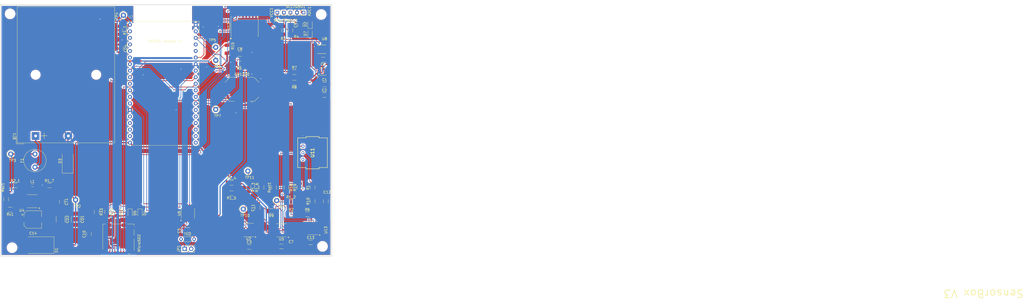
<source format=kicad_pcb>
(kicad_pcb (version 20240108) (generator "pcbnew") (generator_version "8.0")
  (layers (0 "F.Cu" signal) (31 "B.Cu" signal) (34 "B.Paste" user) (35 "F.Paste" user) (36 "B.SilkS" user "B.Silkscreen") (37 "F.SilkS" user "F.Silkscreen") (38 "B.Mask" user) (39 "F.Mask" user) (44 "Edge.Cuts" user))
  (net 0 "")
  (net 1 "extern_Sensor_Gpio_33")
  (net 2 "Net-(D3-A1)")
  (net 3 "GND1")
  (net 4 "VDD_3V3")
  (net 5 "VCC_Bat")
  (net 6 "VDD_5V")
  (net 7 "Net-(C11-Pad1)")
  (net 8 "Net-(C11-Pad2)")
  (net 9 "Net-(U13--)")
  (net 10 "Net-(C12-Pad2)")
  (net 11 "Net-(CR1220-+)")
  (net 12 "Net-(U4-TC)")
  (net 13 "Net-(D1-A)")
  (net 14 "SCL_GPIO22")
  (net 15 "SDA_GPIO21")
  (net 16 "Miso_GPIO19")
  (net 17 "Mosi_GPIO23")
  (net 18 "Net-(JP1-A)")
  (net 19 "Net-(JP1-B)")
  (net 20 "Net-(U4-Ipk)")
  (net 22 "SCK_GPIO18")
  (net 24 "CS_GPIO5")
  (net 26 "Net-(R1-Pad2)")
  (net 27 "Net-(U7-EN)")
  (net 28 "Ozon_out_ADC_GPIO27")
  (net 29 "VDD_2.5V")
  (net 30 "Net-(R1_3-Pad1)")
  (net 31 "Net-(U2-+)")
  (net 32 "Net-(U4-Vfb)")
  (net 33 "Net-(U13-+)")
  (net 34 "RTC_RST_GPIO16")
  (net 35 "RTC_32Khz_GPIO25")
  (net 36 "Net-(U5--)")
  (net 37 "Net-(R19-Pad1)")
  (net 38 "Net-(U5-+)")
  (net 39 "Net-(U4-DC)")
  (net 40 "RTC_INIT_GPIO4")
  (net 47 "Miso_GPIO12")
  (net 48 "CS_GPIO15")
  (net 49 "SCK_GPIO14")
  (net 54 "Net-(R1_2-Pad1)")
  (net 74 "Net-(D2-K)")
  (net 75 "Net-(D7-K)")
  (footprint "Package_SO:SOIC-8_3.9x4.9mm_P1.27mm" (layer "F.Cu") (at 24.384 88.138 180)
    (property "Reference" "U4")
    (property "Value" "MC33063AD")
  )
  (footprint "Capacitor_SMD:C_1206_3216Metric_Pad1.33x1.80mm_HandSolder" (layer "F.Cu") (at 35.814 88.3535 -90)
    (property "Reference" "CT1")
    (property "Value" "1500pF")
  )
  (footprint "Resistor_SMD:R_1206_3216Metric_Pad1.30x1.75mm_HandSolder" (layer "F.Cu") (at 53.415 92.282 -90)
    (property "Reference" "R20")
    (property "Value" "3k")
  )
  (footprint "Capacitor_SMD:C_1206_3216Metric_Pad1.33x1.80mm_HandSolder" (layer "F.Cu") (at 137.1215 33.274 180)
    (property "Reference" "C4")
    (property "Value" "100nF-50V")
  )
  (footprint "Resistor_SMD:R_1206_3216Metric_Pad1.30x1.75mm_HandSolder" (layer "F.Cu") (at 15.748 91.44 180)
    (property "Reference" "Rx1")
    (property "Value" "180R")
  )
  (footprint "Battery:BatteryHolder_LINX_BAT-HLD-012-SMT" (layer "F.Cu") (at 105.664 44.958 180)
    (property "Reference" "CR1220")
    (property "Value" "Battery")
  )
  (footprint "Capacitor_SMD:C_1206_3216Metric_Pad1.33x1.80mm_HandSolder" (layer "F.Cu") (at 137.7065 42.926)
    (property "Reference" "C1")
    (property "Value" "100nF-50V")
  )
  (footprint "Resistor_SMD:R_1206_3216Metric_Pad1.30x1.75mm_HandSolder" (layer "F.Cu") (at 57.225 92.282 -90)
    (property "Reference" "R21")
    (property "Value" "3k")
  )
  (footprint "Capacitor_SMD:CP_Elec_6.3x7.7" (layer "F.Cu") (at 24.544 95.25)
    (property "Reference" "C14")
    (property "Value" "100uF - 16V")
  )
  (footprint "Connector_Card:microSD_HC_Molex_104031-0811" (layer "F.Cu") (at 57.76 102.808 180)
    (property "Reference" "MicroSD2")
    (property "Value" "~")
  )
  (footprint "Resistor_SMD:R_1206_3216Metric_Pad1.30x1.75mm_HandSolder" (layer "F.Cu") (at 104.622 34.798 180)
    (property "Reference" "R5")
    (property "Value" "4.7k")
  )
  (footprint "Resistor_SMD:R_1206_3216Metric_Pad1.30x1.75mm_HandSolder" (layer "F.Cu") (at 131.038 93.218)
    (property "Reference" "R6")
    (property "Value" "20kR")
  )
  (footprint "Resistor_THT:R_Axial_DIN0204_L3.6mm_D1.6mm_P5.08mm_Horizontal" (layer "F.Cu") (at 82.042 102.87)
    (property "Reference" "TH2")
    (property "Value" "Type K")
  )
  (footprint "TestPoint:TestPoint_Loop_D1.80mm_Drill1.0mm_Beaded" (layer "F.Cu") (at 106.172 91.186)
    (property "Reference" "TP10")
    (property "Value" "TestPoint")
  )
  (footprint "Capacitor_SMD:C_1812_4532Metric_Pad1.57x3.40mm_HandSolder" (layer "F.Cu") (at 35.306 95.1445 -90)
    (property "Reference" "CO2")
    (property "Value" "33uF - 16V")
  )
  (footprint "ESP32_Wroom_e:ESP32_Wroom_E" (layer "F.Cu") (at 62.234 19.738)
    (property "Reference" "U7")
    (property "Value" "~")
  )
  (footprint "Resistor_SMD:R_1206_3216Metric_Pad1.30x1.75mm_HandSolder" (layer "F.Cu") (at 124.46 21.844 -90)
    (property "Reference" "R4")
    (property "Value" "100R")
  )
  (footprint "Resistor_SMD:R_1206_3216Metric_Pad1.30x1.75mm_HandSolder" (layer "F.Cu") (at 124.688 88.392)
    (property "Reference" "R1_2")
    (property "Value" "0R")
  )
  (footprint "Resistor_SMD:R_1206_3216Metric_Pad1.30x1.75mm_HandSolder" (layer "F.Cu") (at 17.78 82.042)
    (property "Reference" "R2_1")
    (property "Value" "6k8")
  )
  (footprint "Battery_Basket:BatteryHolder_Keystone_2479_3xAAA" (layer "F.Cu") (at 25.654 62.836 90)
    (property "Reference" "BT1")
    (property "Value" "BC3AAAPC")
  )
  (footprint "Resistor_SMD:R_1206_3216Metric_Pad1.30x1.75mm_HandSolder" (layer "F.Cu") (at 124.714 93.218)
    (property "Reference" "R2")
    (property "Value" "10kR")
  )
  (footprint "Capacitor_SMD:C_1206_3216Metric_Pad1.33x1.80mm_HandSolder" (layer "F.Cu") (at 46.303 100.9305 90)
    (property "Reference" "C10")
    (property "Value" "100nF-50V")
  )
  (footprint "TestPoint:TestPoint_Loop_D1.80mm_Drill1.0mm_Beaded" (layer "F.Cu") (at 41.148 87.63)
    (property "Reference" "TP2")
    (property "Value" "TestPoint")
  )
  (footprint "Resistor_SMD:R_1206_3216Metric_Pad1.30x1.75mm_HandSolder" (layer "F.Cu") (at 117.068 91.948 180)
    (property "Reference" "R9")
    (property "Value" "10kR")
  )
  (footprint "Capacitor_SMD:C_1206_3216Metric_Pad1.33x1.80mm_HandSolder" (layer "F.Cu") (at 111.76 90.678 90)
    (property "Reference" "C11")
    (property "Value" "100nF-50V")
  )
  (footprint "Resistor_SMD:R_1206_3216Metric_Pad1.30x1.75mm_HandSolder" (layer "F.Cu") (at 113.284 82.83 90)
    (property "Reference" "R1_6")
    (property "Value" "10kR")
  )
  (footprint "Ozonsensor:PS1O3100" (layer "F.Cu") (at 129.286 66.802 -90)
    (property "Reference" "U11")
    (property "Value" "PS1-O3-100" (hide yes))
  )
  (footprint "TestPoint:TestPoint_Loop_D1.80mm_Drill1.0mm_Beaded" (layer "F.Cu") (at 95.504 52.578)
    (property "Reference" "TP7")
    (property "Value" "TestPoint")
  )
  (footprint "Resistor_SMD:R_1206_3216Metric_Pad1.30x1.75mm_HandSolder" (layer "F.Cu") (at 14.224 87.376 90)
    (property "Reference" "Rsc1")
    (property "Value" "0R39")
  )
  (footprint "Capacitor_SMD:C_1206_3216Metric_Pad1.33x1.80mm_HandSolder" (layer "F.Cu") (at 120.9425 105.664)
    (property "Reference" "C7")
    (property "Value" "100nF-50V")
  )
  (footprint "Resistor_SMD:R_1206_3216Metric_Pad1.30x1.75mm_HandSolder" (layer "F.Cu") (at 99.822 29.21 90)
    (property "Reference" "R15")
    (property "Value" "4.7k")
  )
  (footprint "Resistor_SMD:R_1206_3216Metric_Pad1.30x1.75mm_HandSolder" (layer "F.Cu") (at 122.936 82.83 -90)
    (property "Reference" "R18")
    (property "Value" "10kR")
  )
  (footprint "TestPoint:TestPoint_Loop_D1.80mm_Drill1.0mm_Beaded" (layer "F.Cu") (at 59.69 16.002)
    (property "Reference" "TP4")
    (property "Value" "TestPoint")
  )
  (footprint "Resistor_SMD:R_1206_3216Metric_Pad1.30x1.75mm_HandSolder" (layer "F.Cu") (at 101.6 81.026)
    (property "Reference" "R1_4")
    (property "Value" "1kR")
  )
  (footprint "Capacitor_SMD:C_1206_3216Metric_Pad1.33x1.80mm_HandSolder" (layer "F.Cu") (at 58.674 28.956 -90)
    (property "Reference" "CO4")
    (property "Value" "100nF-50V")
  )
  (footprint "Connector_PinHeader_2.00mm:PinHeader_1x01_P2.00mm_Vertical" (layer "F.Cu") (at 129.54 14.986)
    (property "Reference" "ADC1")
    (property "Value" "Conn_01x01_Socket")
  )
  (footprint "BME280 (2):BME280" (layer "F.Cu") (at 137.114 37.887 180)
    (property "Reference" "U1")
    (property "Value" "BME280")
  )
  (footprint "Capacitor_SMD:C_1812_4532Metric_Pad1.57x3.40mm_HandSolder" (layer "F.Cu") (at 41.148 95.1445 -90)
    (property "Reference" "CO1")
    (property "Value" "33uF - 16V")
  )
  (footprint "Resistor_SMD:R_1206_3216Metric_Pad1.30x1.75mm_HandSolder" (layer "F.Cu") (at 133.07 82.83 90)
    (property "Reference" "R1")
    (property "Value" "10R")
  )
  (footprint "Resistor_SMD:R_1206_3216Metric_Pad1.30x1.75mm_HandSolder" (layer "F.Cu") (at 125.958 42.164 180)
    (property "Reference" "R8")
    (property "Value" "4.7k")
  )
  (footprint "TestPoint:TestPoint_Loop_D1.80mm_Drill1.0mm_Beaded" (layer "F.Cu") (at 107.95 76.454)
    (property "Reference" "TP11")
    (property "Value" "TestPoint")
  )
  (footprint "Resistor_SMD:R_1206_3216Metric_Pad1.30x1.75mm_HandSolder" (layer "F.Cu") (at 108.204 82.778 -90)
    (property "Reference" "R1_3")
    (property "Value" "1.3 kR")
  )
  (footprint "Capacitor_SMD:C_1206_3216Metric_Pad1.33x1.80mm_HandSolder" (layer "F.Cu") (at 104.8635 30.988)
    (property "Reference" "C8")
    (property "Value" "100nF-50V")
  )
  (footprint "Resistor_SMD:R_1206_3216Metric_Pad1.30x1.75mm_HandSolder" (layer "F.Cu") (at 58.42 21.87 -90)
    (property "Reference" "R1_1")
    (property "Value" "10k")
  )
  (footprint "TestPoint:TestPoint_Loop_D1.80mm_Drill1.0mm_Beaded" (layer "F.Cu") (at 95.504 33.528)
    (property "Reference" "TP6")
    (property "Value" "TestPoint")
  )
  (footprint "TestPoint:TestPoint_Loop_D1.80mm_Drill1.0mm_Beaded" (layer "F.Cu") (at 16.002 69.85)
    (property "Reference" "TP3")
    (property "Value" "TestPoint")
  )
  (footprint "Diode_SMD:D_SOD-323" (layer "F.Cu") (at 132.08 19.558 90)
    (property "Reference" "D2")
    (property "Value" "PESD3V3U1UA")
  )
  (footprint "Diode_SMD:D_SMB_Handsoldering" (layer "F.Cu") (at 38.1 72.55 90)
    (property "Reference" "D3")
    (property "Value" "SMBJ5.0A")
  )
  (footprint "Resistor_SMD:R_1206_3216Metric_Pad1.30x1.75mm_HandSolder" (layer "F.Cu") (at 128.016 82.83 90)
    (property "Reference" "R19")
    (property "Value" "10kR")
  )
  (footprint "Capacitor_SMD:C_1206_3216Metric_Pad1.33x1.80mm_HandSolder" (layer "F.Cu") (at 84.836 99.314 180)
    (property "Reference" "C5")
    (property "Value" "100nF-50V")
  )
  (footprint "Capacitor_SMD:C_1206_3216Metric_Pad1.33x1.80mm_HandSolder" (layer "F.Cu") (at 128.27 19.8505 90)
    (property "Reference" "C9")
    (property "Value" "100nF-50V")
  )
  (footprint "Capacitor_SMD:C_1206_3216Metric_Pad1.33x1.80mm_HandSolder" (layer "F.Cu") (at 108.458 105.918)
    (property "Reference" "C3")
    (property "Value" "100nF-50V")
  )
  (footprint "Connector_PinHeader_2.00mm:PinHeader_1x01_P2.00mm_Vertical" (layer "F.Cu") (at 124.46 14.986)
    (property "Reference" "SCL1")
    (property "Value" "Conn_01x01_Socket")
  )
  (footprint "Resistor_SMD:R_1206_3216Metric_Pad1.30x1.75mm_HandSolder" (layer "F.Cu") (at 133.096 88.164 90)
    (property "Reference" "R10")
    (property "Value" "10kR")
  )
  (footprint "Diode_SMD:D_SOD-323" (layer "F.Cu") (at 66.115 92.756 -90)
    (property "Reference" "D4")
    (property "Value" "PESD3V3U1UA")
  )
  (footprint "Package_SO:SOIC-8_3.9x4.9mm_P1.27mm" (layer "F.Cu") (at 133.096 98.552 180)
    (property "Reference" "U13")
    (property "Value" "OPA197xD")
  )
  (footprint "Capacitor_SMD:C_1206_3216Metric_Pad1.33x1.80mm_HandSolder" (layer "F.Cu") (at 137.6295 46.99)
    (property "Reference" "C2")
    (property "Value" "100nF-50V")
  )
  (footprint "Diode_SMD:D_SOD-323" (layer "F.Cu") (at 62.305 92.756 -90)
    (property "Reference" "D5")
    (property "Value" "PESD3V3U1UA")
  )
  (footprint "Package_SO:SOIC-16W_7.5x10.3mm_P1.27mm" (layer "F.Cu") (at 106.68 20.32 90)
    (property "Reference" "U12")
    (property "Value" "DS3231M")
  )
  (footprint "Package_SO:SOIC-8_3.9x4.9mm_P1.27mm" (layer "F.Cu") (at 120.969 99.441 180)
    (property "Reference" "U5")
    (property "Value" "OPA197xD")
  )
  (footprint "Resistor_SMD:R_1206_3216Metric_Pad1.30x1.75mm_HandSolder" (layer "F.Cu") (at 118.11 82.83 90)
    (property "Reference" "Rset1")
    (property "Value" "10k")
  )
  (footprint "Resistor_SMD:R_1206_3216Metric_Pad1.30x1.75mm_HandSolder" (layer "F.Cu") (at 30.988 82.042)
    (property "Reference" "R1_7")
    (property "Value" "2k2")
  )
  (footprint "Package_SO:SOIC-8_3.9x4.9mm_P1.27mm" (layer "F.Cu") (at 84.709 92.899 90)
    (property "Reference" "U6")
    (property "Value" "MAX31855EASA")
  )
  (footprint "HPP_footprints:SON6_HPP845E131R5_TEC" (layer "F.Cu") (at 136.5861 29.226)
    (property "Reference" "U8")
    (property "Value" "HPP845E131R5")
  )
  (footprint "TestPoint:TestPoint_Loop_D1.80mm_Drill1.0mm_Beaded" (layer "F.Cu") (at 95.504 28.448)
    (property "Reference" "TP5")
    (property "Value" "TestPoint")
  )
  (footprint "Resistor_SMD:R_1206_3216Metric_Pad1.30x1.75mm_HandSolder" (layer "F.Cu") (at 49.351 92.282 -90)
    (property "Reference" "R33")
    (property "Value" "3k")
  )
  (footprint "TestPoint:TestPoint_Loop_D1.80mm_Drill1.0mm_Beaded" (layer "F.Cu") (at 119.126 87.884)
    (property "Reference" "TP1")
    (property "Value" "TestPoint")
  )
  (footprint "Fuse:Fuse_Littelfuse_372_D8.50mm" (layer "F.Cu") (at 25.4 74.93 90)
    (property "Reference" "F1")
    (property "Value" "Polyfuse_Small")
  )
  (footprint "Connector_PinHeader_2.00mm:PinHeader_1x01_P2.00mm_Vertical" (layer "F.Cu") (at 127 14.986)
    (property "Reference" "GND1")
    (property "Value" "Conn_01x01_Socket")
  )
  (footprint "Connector_PinHeader_2.54mm:PinHeader_1x02_P2.54mm_Vertical" (layer "F.Cu") (at 83.434 106.615 90)
    (property "Reference" "JP1")
    (property "Value" "Jumper_2_Bridged")
  )
  (footprint "Connector_PinHeader_2.00mm:PinHeader_1x01_P2.00mm_Vertical" (layer "F.Cu") (at 121.92 14.986)
    (property "Reference" "SDA/Signal1")
    (property "Value" "Conn_01x01_Socket")
  )
  (footprint "Connector_PinHeader_2.00mm:PinHeader_1x01_P2.00mm_Vertical" (layer "F.Cu") (at 119.38 14.986)
    (property "Reference" "VCC1")
    (property "Value" "Conn_01x01_Socket")
  )
  (footprint "Capacitor_SMD:C_1206_3216Metric_Pad1.33x1.80mm_HandSolder" (layer "F.Cu") (at 138.176 88.1765 -90)
    (property "Reference" "C12")
    (property "Value" "100nF-50V")
  )
  (footprint "Package_SO:SOIC-8_3.9x4.9mm_P1.27mm" (layer "F.Cu") (at 108.204 99.314 180)
    (property "Reference" "U2")
    (property "Value" "OPA197xD")
  )
  (footprint "Resistor_SMD:R_1206_3216Metric_Pad1.30x1.75mm_HandSolder" (layer "F.Cu") (at 121.92 21.844 -90)
    (property "Reference" "R3")
    (property "Value" "100R")
  )
  (footprint "Diode_SMD:D_SOD-323" (layer "F.Cu") (at 132.08 23.148 90)
    (property "Reference" "D7")
    (property "Value" "PESD3V3U1UA")
  )
  (footprint "Capacitor_SMD:C_1206_3216Metric_Pad1.33x1.80mm_HandSolder" (layer "F.Cu") (at 132.2955 104.14)
    (property "Reference" "C13")
    (property "Value" "100nF-50V")
  )
  (footprint "Resistor_SMD:R_1206_3216Metric_Pad1.30x1.75mm_HandSolder" (layer "F.Cu") (at 101.6 85.09 180)
    (property "Reference" "R1_5")
    (property "Value" "1kR")
  )
  (footprint "Inductor_SMD:L_0805_2012Metric_Pad1.05x1.20mm_HandSolder" (layer "F.Cu") (at 24.41 82.042)
    (property "Reference" "L1")
    (property "Value" "56µH - 2.1A")
  )
  (footprint "Resistor_SMD:R_1206_3216Metric_Pad1.30x1.75mm_HandSolder" (layer "F.Cu") (at 125.984 38.1 180)
    (property "Reference" "R7")
    (property "Value" "4.7k")
  )
  (footprint "Diode_SMD:D_SMB-SMC_Universal_Handsoldering" (layer "F.Cu") (at 27.178 105.156 180)
    (property "Reference" "D1")
    (property "Value" "1N5819")
  )
  (gr_circle (center 16.51 106.172) (end 18.11 106.172) (stroke (width 0.05)) (fill none) (layer "Edge.Cuts"))
  (gr_circle (center 136.906 105.664) (end 138.506 105.664) (stroke (width 0.05)) (fill none) (layer "Edge.Cuts"))
  (gr_circle (center 136.398 15.748) (end 137.998 15.748) (stroke (width 0.05)) (fill none) (layer "Edge.Cuts"))
  (gr_rect (start 11.938 11.938) (end 140.438 109.438) (stroke (width 0.2)) (fill none) (layer "Edge.Cuts"))
  (gr_circle (center 15.748 15.494) (end 17.348 15.494) (stroke (width 0.05)) (fill none) (layer "Edge.Cuts"))
  (gr_text "SensorBox V3" (at 408.94 122.174 180) (layer "F.SilkS") (effects (font (size 3 3) (thickness 0.3) (bold yes)) (justify left bottom)))
  (segment (start 95.758 37.592) (end 98.044 37.592) (width 0.25) (layer "F.Cu") (net 1))
  (segment (start 127.508 12.7) (end 128.563 13.755) (width 0.25) (layer "F.Cu") (net 1))
  (segment (start 62.234 37.518) (end 63.938 35.814) (width 0.25) (layer "F.Cu") (net 1))
  (segment (start 98.044 37.592) (end 98.806 36.83) (width 0.25) (layer "F.Cu") (net 1))
  (segment (start 63.938 35.814) (end 64.77 35.814) (width 0.25) (layer "F.Cu") (net 1))
  (segment (start 128.563 14.986) (end 129.54 14.986) (width 0.25) (layer "F.Cu") (net 1))
  (segment (start 99.098 12.7) (end 127.508 12.7) (width 0.25) (layer "F.Cu") (net 1))
  (segment (start 79.248 44.958) (end 83.566 44.958) (width 0.25) (layer "F.Cu") (net 1))
  (segment (start 99.06 12.738) (end 99.098 12.7) (width 0.25) (layer "F.Cu") (net 1))
  (segment (start 128.563 13.755) (end 128.563 14.986) (width 0.25) (layer "F.Cu") (net 1))
  (via (at 64.77 35.814) (size 0.6) (drill 0.3) (layers "F.Cu" "B.Cu") (net 1))
  (via (at 95.758 37.592) (size 0.6) (drill 0.3) (layers "F.Cu" "B.Cu") (net 1))
  (via (at 79.248 44.958) (size 0.6) (drill 0.3) (layers "F.Cu" "B.Cu") (net 1))
  (via (at 98.806 36.83) (size 0.6) (drill 0.3) (layers "F.Cu" "B.Cu") (net 1))
  (via (at 99.06 12.738) (size 0.6) (drill 0.3) (layers "F.Cu" "B.Cu") (net 1))
  (via (at 83.566 44.958) (size 0.6) (drill 0.3) (layers "F.Cu" "B.Cu") (net 1))
  (segment (start 99.06 12.738) (end 99.06 24.384) (width 0.25) (layer "B.Cu") (net 1))
  (segment (start 70.104 35.814) (end 79.248 44.958) (width 0.25) (layer "B.Cu") (net 1))
  (segment (start 99.06 24.384) (end 97.5914 25.8526) (width 0.25) (layer "B.Cu") (net 1))
  (segment (start 97.5914 25.8526) (end 97.5914 35.6154) (width 0.25) (layer "B.Cu") (net 1))
  (segment (start 84.582 43.942) (end 89.408 43.942) (width 0.25) (layer "B.Cu") (net 1))
  (segment (start 89.408 43.942) (end 95.758 37.592) (width 0.25) (layer "B.Cu") (net 1))
  (segment (start 83.566 44.958) (end 84.582 43.942) (width 0.25) (layer "B.Cu") (net 1))
  (segment (start 64.77 35.814) (end 70.104 35.814) (width 0.25) (layer "B.Cu") (net 1))
  (segment (start 97.5914 35.6154) (end 98.806 36.83) (width 0.25) (layer "B.Cu") (net 1))
  (segment (start 25.72 75.25) (end 25.4 74.93) (width 0.5) (layer "F.Cu") (net 2))
  (segment (start 38.1 75.25) (end 25.72 75.25) (width 0.5) (layer "F.Cu") (net 2))
  (segment (start 27.178 73.152) (end 25.4 74.93) (width 0.5) (layer "B.Cu") (net 2))
  (segment (start 27.178 66.1617) (end 27.178 73.152) (width 0.5) (layer "B.Cu") (net 2))
  (segment (start 25.654 64.6377) (end 27.178 66.1617) (width 0.5) (layer "B.Cu") (net 2))
  (segment (start 25.654 62.836) (end 25.654 64.6377) (width 0.5) (layer "B.Cu") (net 2))
  (segment (start 105.41 93.472) (end 106.617 93.472) (width 0.25) (layer "F.Cu") (net 3))
  (segment (start 125.418 104.844) (end 126.376 103.886) (width 0.25) (layer "F.Cu") (net 3))
  (segment (start 38.1 63.09) (end 38.354 62.836) (width 0.25) (layer "F.Cu") (net 3))
  (segment (start 137.541 37.886471) (end 137.541 38.481) (width 0.2) (layer "F.Cu") (net 3))
  (segment (start 126.746 13.462) (end 111.6518 13.462) (width 0.25) (layer "F.Cu") (net 3))
  (segment (start 111.125 24.97) (end 109.855 24.97) (width 0.25) (layer "F.Cu") (net 3))
  (segment (start 134.366 101.6) (end 133.35 100.584) (width 0.25) (layer "F.Cu") (net 3))
  (segment (start 125.36 104.902) (end 125.418 104.844) (width 0.25) (layer "F.Cu") (net 3))
  (segment (start 135.559 33.274) (end 134.366 33.274) (width 0.2) (layer "F.Cu") (net 3))
  (segment (start 55.372 106.426) (end 52.324 106.426) (width 0.25) (layer "F.Cu") (net 3))
  (segment (start 108.585 25.693) (end 108.585 24.97) (width 0.25) (layer "F.Cu") (net 3))
  (segment (start 137.81 38.212) (end 137.541 38.481) (width 0.2) (layer "F.Cu") (net 3))
  (segment (start 126.376 98.552) (end 126.376 98.298) (width 0.25) (layer "F.Cu") (net 3))
  (segment (start 127 14.986) (end 127 13.716) (width 0.25) (layer "F.Cu") (net 3))
  (segment (start 109.855 24.97) (end 108.585 24.97) (width 0.25) (layer "F.Cu") (net 3))
  (segment (start 111.6518 13.462) (end 111.125 13.9888) (width 0.25) (layer "F.Cu") (net 3))
  (segment (start 110.554 97.409) (end 110.679 97.409) (width 0.25) (layer "F.Cu") (net 3))
  (segment (start 126.376 103.886) (end 126.376 99.441) (width 0.25) (layer "F.Cu") (net 3))
  (segment (start 139.192 98.044) (end 137.795 96.647) (width 0.25) (layer "F.Cu") (net 3))
  (segment (start 132.573 99.299) (end 132.573 97.9031) (width 0.25) (layer "F.Cu") (net 3))
  (segment (start 29.3188 81.9228) (end 29.438 82.042) (width 0.25) (layer "F.Cu") (net 3))
  (segment (start 25.781 88.773) (end 26.859 88.773) (width 0.25) (layer "F.Cu") (net 3))
  (segment (start 106.426 30.988) (end 106.426 30.4165) (width 0.25) (layer "F.Cu") (net 3))
  (segment (start 89.9933 107.166) (end 88.5234 105.696) (width 0.25) (layer "F.Cu") (net 3))
  (segment (start 106.426 30.4165) (end 109.53 30.4165) (width 0.25) (layer "F.Cu") (net 3))
  (segment (start 84.328 103.632) (end 83.2735 102.5775) (width 0.25) (layer "F.Cu") (net 3))
  (segment (start 88.5234 105.696) (end 88.5234 107.3106) (width 0.25) (layer "F.Cu") (net 3))
  (segment (start 88.5234 105.696) (end 87.584486 105.696) (width 0.25) (layer "F.Cu") (net 3))
  (segment (start 48.432 52.758) (end 62.234 52.758) (width 0.25) (layer "F.Cu") (net 3))
  (segment (start 33.274 95.25) (end 35.306 97.282) (width 0.25) (layer "F.Cu") (net 3))
  (segment (start 32.639 88.773) (end 29.21 88.773) (width 0.25) (layer "F.Cu") (net 3))
  (segment (start 134.035 49.022) (end 109.728 49.022) (width 0.25) (layer "F.Cu") (net 3))
  (segment (start 55.372 106.426) (end 55.372 108.251) (width 0.25) (layer "F.Cu") (net 3))
  (segment (start 109.855 15.67) (end 111.125 15.67) (width 0.25) (layer "F.Cu") (net 3))
  (segment (start 29.438 82.042) (end 29.438 83.654) (width 0.25) (layer "F.Cu") (net 3))
  (segment (start 138.938 102.362) (end 139.109 102.191) (width 0.25) (layer "F.Cu") (net 3))
  (segment (start 105.792 83.3287) (end 104.031 85.09) (width 0.25) (layer "F.Cu") (net 3))
  (segment (start 88.5234 107.3106) (end 87.701 108.133) (width 0.25) (layer "F.Cu") (net 3))
  (segment (start 111.125 13.9888) (end 110.5982 13.462) (width 0.25) (layer "F.Cu") (net 3))
  (segment (start 127 16.764) (end 127 14.986) (width 0.25) (layer "F.Cu") (net 3))
  (segment (start 55.6693 104.14) (end 56.388 104.14) (width 0.25) (layer "F.Cu") (net 3))
  (segment (start 125.36 104.902) (end 125.418 104.844) (width 0.25) (layer "F.Cu") (net 3))
  (segment (start 139.109 101.059) (end 139.192 100.976) (width 0.25) (layer "F.Cu") (net 3))
  (segment (start 104.031 92.093) (end 105.41 93.472) (width 0.25) (layer "F.Cu") (net 3))
  (segment (start 44.196 103.124) (end 44.196 101.475) (width 0.25) (layer "F.Cu") (net 3))
  (segment (start 103.15 85.09) (end 104.031 85.09) (width 0.25) (layer "F.Cu") (net 3))
  (segment (start 128.27 18.288) (end 128.27 18.161) (width 0.25) (layer "F.Cu") (net 3))
  (segment (start 110.02 105.918) (end 108.772 107.166) (width 0.25) (layer "F.Cu") (net 3))
  (segment (start 138.084 38.212) (end 137.81 38.212) (width 0.2) (layer "F.Cu") (net 3))
  (segment (start 134.35 29.226) (end 135.128 29.226) (width 0.2) (layer "F.Cu") (net 3))
  (segment (start 128.27 18.034) (end 127 16.764) (width 0.25) (layer "F.Cu") (net 3))
  (segment (start 43.234 99.368) (end 41.148 97.282) (width 0.25) (layer "F.Cu") (net 3))
  (segment (start 137.414 37.759471) (end 137.541 37.886471) (width 0.2) (layer "F.Cu") (net 3))
  (segment (start 135.559 34.721) (end 137.414 36.576) (width 0.2) (layer "F.Cu") (net 3))
  (segment (start 132.08 18.508) (end 132.636 19.0639) (width 0.25) (layer "F.Cu") (net 3))
  (segment (start 87.584486 105.696) (end 85.520486 103.632) (width 0.25) (layer "F.Cu") (net 3))
  (segment (start 61.0823 95.374) (end 66.115 95.374) (width 0.25) (layer "F.Cu") (net 3))
  (segment (start 60 97.433) (end 60 96.4563) (width 0.25) (layer "F.Cu") (net 3))
  (segment (start 139.192 100.976) (end 139.192 98.044) (width 0.25) (layer "F.Cu") (net 3))
  (segment (start 107.315 28.956) (end 107.315 26.963) (width 0.25) (layer "F.Cu") (net 3))
  (segment (start 137.16 38.862) (end 136.144 38.862) (width 0.2) (layer "F.Cu") (net 3))
  (segment (start 134.366 33.274) (end 134.112 33.02) (width 0.2) (layer "F.Cu") (net 3))
  (segment (start 108.52 47.8138) (end 109.53 47.8138) (width 0.25) (layer "F.Cu") (net 3))
  (segment (start 113.157 98.701) (end 113.157 99.1417) (width 0.25) (layer "F.Cu") (net 3))
  (segment (start 82.804 97.282) (end 82.804 95.374) (width 0.25) (layer "F.Cu") (net 3))
  (segment (start 136.067 46.99) (end 134.035 49.022) (width 0.25) (layer "F.Cu") (net 3))
  (segment (start 131.98 98.5114) (end 131.939 98.552) (width 0.25) (layer "F.Cu") (net 3))
  (segment (start 134.112 102.362) (end 138.938 102.362) (width 0.25) (layer "F.Cu") (net 3))
  (segment (start 136.144 44.958) (end 136.144 42.926) (width 0.25) (layer "F.Cu") (net 3))
  (segment (start 29.438 83.654) (end 26.859 86.233) (width 0.25) (layer "F.Cu") (net 3))
  (segment (start 27.244 95.25) (end 29.21 93.284) (width 0.25) (layer "F.Cu") (net 3))
  (segment (start 128.27 18.161) (end 128.27 18.034) (width 0.25) (layer "F.Cu") (net 3))
  (segment (start 139.109 102.191) (end 139.109 101.6) (width 0.25) (layer "F.Cu") (net 3))
  (segment (start 52.324 106.426) (end 52.005 106.745) (width 0.25) (layer "F.Cu") (net 3))
  (segment (start 137.795 96.647) (end 135.571 96.647) (width 0.25) (layer "F.Cu") (net 3))
  (segment (start 137.414 36.576) (end 137.414 36.912) (width 0.2) (layer "F.Cu") (net 3))
  (segment (start 131.939 98.552) (end 126.376 98.552) (width 0.25) (layer "F.Cu") (net 3))
  (segment (start 104.031 85.09) (end 104.031 92.093) (width 0.25) (layer "F.Cu") (net 3))
  (segment (start 132.636 19.0639) (end 132.636 21.5421) (width 0.25) (layer "F.Cu") (net 3))
  (segment (start 113.157 105.283) (end 113.168 105.272) (width 0.25) (layer "F.Cu") (net 3))
  (segment (start 105.664 44.958) (end 108.52 47.8138) (width 0.25) (layer "F.Cu") (net 3))
  (segment (start 54.03 98.499) (end 54.03 97.433) (width 0.25) (layer "F.Cu") (net 3))
  (segment (start 46.303 99.368) (end 53.161 99.368) (width 0.25) (layer "F.Cu") (net 3))
  (segment (start 135.559 33.274) (end 135.559 34.721) (width 0.2) (layer "F.Cu") (net 3))
  (segment (start 113.284 84.38) (end 112.233 83.3287) (width 0.25) (layer "F.Cu") (net 3))
  (segment (start 85.520486 103.632) (end 84.328 103.632) (width 0.25) (layer "F.Cu") (net 3))
  (segment (start 111.887 97.409) (end 113.168 98.69) (width 0.25) (layer "F.Cu") (net 3))
  (segment (start 35.814 89.916) (end 33.782 89.916) (width 0.25) (layer "F.Cu") (net 3))
  (segment (start 94.01 13.462) (end 87.734 19.738) (width 0.25) (layer "F.Cu") (net 3))
  (segment (start 112.233 83.3287) (end 105.792 83.3287) (width 0.25) (layer "F.Cu") (net 3))
  (segment (start 136.067 46.99) (end 136.067 45.035) (width 0.25) (layer "F.Cu") (net 3))
  (segment (start 112.522 105.918) (end 110.0205 105.918) (width 0.25) (layer "F.Cu") (net 3))
  (segment (start 132.588 93.218) (end 132.588 97.9031) (width 0.25) (layer "F.Cu") (net 3))
  (segment (start 25.527 86.233) (end 25.146 86.614) (width 0.25) (layer "F.Cu") (net 3))
  (segment (start 133.858 104.14) (end 133.858 102.616) (width 0.25) (layer "F.Cu") (net 3))
  (segment (start 52.005 108.509) (end 49.581 108.509) (width 0.25) (layer "F.Cu") (net 3))
  (segment (start 126.376 98.298) (end 125.614 97.536) (width 0.25) (layer "F.Cu") (net 3))
  (segment (start 41.148 97.282) (end 35.306 97.282) (width 0.25) (layer "F.Cu") (net 3))
  (segment (start 128.27 18.161) (end 131.733 18.161) (width 0.25) (layer "F.Cu") (net 3))
  (segment (start 38.1 69.85) (end 38.1 63.09) (width 0.25) (layer "F.Cu") (net 3))
  (segment (start 106.617 93.472) (end 110.554 97.409) (width 0.25) (layer "F.Cu") (net 3))
  (segment (start 29.21 88.773) (end 26.859 88.773) (width 0.25) (layer "F.Cu") (net 3))
  (segment (start 28.2714 81.9228) (end 29.3188 81.9228) (width 0.25) (layer "F.Cu") (net 3))
  (segment (start 139.109 101.6) (end 139.109 101.059) (width 0.25) (layer "F.Cu") (net 3))
  (segment (start 136.144 42.926) (end 136.144 38.862) (width 0.25) (layer "F.Cu") (net 3))
  (segment (start 133.35 100.584) (end 133.35 100.076) (width 0.25) (layer "F.Cu") (net 3))
  (segment (start 137.541 38.481) (end 137.16 38.862) (width 0.2) (layer "F.Cu") (net 3))
  (segment (start 134.112 29.464) (end 134.35 29.226) (width 0.2) (layer "F.Cu") (net 3))
  (segment (start 83.2735 102.5775) (end 83.2735 99.314) (width 0.25) (layer "F.Cu") (net 3))
  (segment (start 33.782 89.916) (end 32.639 88.773) (width 0.25) (layer "F.Cu") (net 3))
  (segment (start 87.701 108.133) (end 63.325 108.133) (width 0.25) (layer "F.Cu") (net 3))
  (segment (start 126.376 99.441) (end 113.456 99.441) (width 0.25) (layer "F.Cu") (net 3))
  (segment (start 113.157 99.1417) (end 113.157 105.283) (width 0.25) (layer "F.Cu") (net 3))
  (segment (start 137.414 36.912) (end 137.414 37.759471) (width 0.2) (layer "F.Cu") (net 3))
  (segment (start 132.636 21.5421) (end 132.08 22.098) (width 0.25) (layer "F.Cu") (net 3))
  (segment (start 52.005 106.745) (end 52.005 107.908) (width 0.25) (layer "F.Cu") (net 3))
  (segment (start 134.112 33.02) (end 134.112 29.464) (width 0.2) (layer "F.Cu") (net 3))
  (segment (start 111.125 13.9888) (end 111.125 15.67) (width 0.25) (layer "F.Cu") (net 3))
  (segment (start 113.157 105.283) (end 112.522 105.918) (width 0.25) (layer "F.Cu") (net 3))
  (segment (start 49.581 108.509) (end 44.196 103.124) (width 0.25) (layer "F.Cu") (net 3))
  (segment (start 110.679 97.409) (end 111.887 97.409) (width 0.25) (layer "F.Cu") (net 3))
  (segment (start 83.2735 97.7515) (end 82.804 97.282) (width 0.25) (layer "F.Cu") (net 3))
  (segment (start 109.53 38.862) (end 91.618 38.862) (width 0.25) (layer "F.Cu") (net 3))
  (segment (start 55.372 108.251) (end 55.365 108.258) (width 0.25) (layer "F.Cu") (net 3))
  (segment (start 136.067 45.035) (end 136.144 44.958) (width 0.25) (layer "F.Cu") (net 3))
  (segment (start 108.585 15.67) (end 109.855 15.67) (width 0.25) (layer "F.Cu") (net 3))
  (segment (start 106.045 15.67) (end 107.315 15.67) (width 0.25) (layer "F.Cu") (net 3))
  (segment (start 122.505 105.664) (end 124.598 105.664) (width 0.25) (layer "F.Cu") (net 3))
  (segment (start 139.109 101.6) (end 134.366 101.6) (width 0.25) (layer "F.Cu") (net 3))
  (segment (start 109.728 49.022) (end 105.664 44.958) (width 0.25) (layer "F.Cu") (net 3))
  (segment (start 108.772 107.166) (end 89.9933 107.166) (width 0.25) (layer "F.Cu") (net 3))
  (segment (start 62.6947 104.859) (end 63.325 105.489) (width 0.25) (layer "F.Cu") (net 3))
  (segment (start 52.005 107.908) (end 52.005 108.509) (width 0.25) (layer "F.Cu") (net 3))
  (segment (start 57.107 104.859) (end 62.6947 104.859) (width 0.25) (layer "F.Cu") (net 3))
  (segment (start 110.0205 105.918) (end 110.02 105.918) (width 0.25) (layer "F.Cu") (net 3))
  (segment (start 107.315 15.67) (end 108.585 15.67) (width 0.25) (layer "F.Cu") (net 3))
  (segment (start 133.858 102.616) (end 134.112 102.362) (width 0.25) (layer "F.Cu") (net 3))
  (segment (start 132.588 97.9031) (end 131.98 98.5114) (width 0.25) (layer "F.Cu") (net 3))
  (segment (start 60 96.4563) (end 61.0823 95.374) (width 0.25) (layer "F.Cu") (net 3))
  (segment (start 25.146 86.614) (end 25.146 88.138) (width 0.25) (layer "F.Cu") (net 3))
  (segment (start 126.376 99.441) (end 126.376 98.552) (width 0.25) (layer "F.Cu") (net 3))
  (segment (start 53.161 99.368) (end 54.03 98.499) (width 0.25) (layer "F.Cu") (net 3))
  (segment (start 124.598 105.664) (end 125.36 104.902) (width 0.25) (layer "F.Cu") (net 3))
  (segment (start 125.614 97.536) (end 123.444 97.536) (width 0.25) (layer "F.Cu") (net 3))
  (segment (start 66.115 95.374) (end 66.115 93.806) (width 0.25) (layer "F.Cu") (net 3))
  (segment (start 131.733 18.161) (end 132.08 18.508) (width 0.25) (layer "F.Cu") (net 3))
  (segment (start 106.426 30.4165) (end 106.426 29.845) (width 0.25) (layer "F.Cu") (net 3))
  (segment (start 82.804 95.374) (end 66.115 95.374) (width 0.25) (layer "F.Cu") (net 3))
  (segment (start 26.859 86.233) (end 25.527 86.233) (width 0.25) (layer "F.Cu") (net 3))
  (segment (start 110.5982 13.462) (end 94.01 13.462) (width 0.25) (layer "F.Cu") (net 3))
  (segment (start 138.084 36.912) (end 137.414 36.912) (width 0.2) (layer "F.Cu") (net 3))
  (segment (start 91.618 38.862) (end 87.734 34.978) (width 0.25) (layer "F.Cu") (net 3))
  (segment (start 107.315 26.963) (end 108.585 25.693) (width 0.25) (layer "F.Cu") (net 3))
  (segment (start 29.21 93.284) (end 29.21 88.773) (width 0.25) (layer "F.Cu") (net 3))
  (segment (start 127 13.716) (end 126.746 13.462) (width 0.25) (layer "F.Cu") (net 3))
  (segment (start 106.426 29.845) (end 107.315 28.956) (width 0.25) (layer "F.Cu") (net 3))
  (segment (start 56.388 104.14) (end 57.107 104.859) (width 0.25) (layer "F.Cu") (net 3))
  (segment (start 46.303 99.368) (end 43.234 99.368) (width 0.25) (layer "F.Cu") (net 3))
  (segment (start 83.2735 99.314) (end 83.2735 97.7515) (width 0.25) (layer "F.Cu") (net 3))
  (segment (start 66.115 93.806) (end 62.305 93.806) (width 0.25) (layer "F.Cu") (net 3))
  (segment (start 113.456 99.441) (end 113.157 99.1417) (width 0.25) (layer "F.Cu") (net 3))
  (segment (start 63.325 105.489) (end 63.325 108.133) (width 0.25) (layer "F.Cu") (net 3))
  (segment (start 62.234 52.758) (end 80.1317 52.758) (width 0.25) (layer "F.Cu") (net 3))
  (segment (start 107.315 26.963) (end 107.315 24.97) (width 0.25) (layer "F.Cu") (net 3))
  (segment (start 44.196 101.475) (end 46.303 99.368) (width 0.25) (layer "F.Cu") (net 3))
  (segment (start 113.168 98.69) (end 113.157 98.701) (width 0.25) (layer "F.Cu") (net 3))
  (segment (start 133.35 100.076) (end 132.573 99.299) (width 0.25) (layer "F.Cu") (net 3))
  (segment (start 38.354 62.836) (end 48.432 52.758) (width 0.25) (layer "F.Cu") (net 3))
  (segment (start 27.244 95.25) (end 33.274 95.25) (width 0.25) (layer "F.Cu") (net 3))
  (segment (start 25.146 88.138) (end 25.781 88.773) (width 0.25) (layer "F.Cu") (net 3))
  (via (at 109.53 49.75) (size 0.6) (drill 0.3) (layers "F.Cu" "B.Cu") (net 3))
  (via (at 82.042 36.83) (size 0.6) (drill 0.3) (layers "F.Cu" "B.Cu") (net 3))
  (via (at 59.182 25.654) (size 0.6) (drill 0.3) (layers "F.Cu" "B.Cu") (net 3))
  (via (at 91.948 36.068) (size 0.6) (drill 0.3) (layers "F.Cu" "B.Cu") (net 3))
  (via (at 109.53 38.862) (size 0.6) (drill 0.3) (layers "F.Cu" "B.Cu") (net 3))
  (via (at 50.546 17.526) (size 0.6) (drill 0.3) (layers "F.Cu" "B.Cu") (net 3))
  (via (at 96.52 20.32) (size 0.6) (drill 0.3) (layers "F.Cu" "B.Cu") (net 3))
  (via (at 55.6693 104.14) (size 0.6) (drill 0.3) (layers "F.Cu" "B.Cu") (net 3))
  (via (at 103.378 53.848) (size 0.6) (drill 0.3) (layers "F.Cu" "B.Cu") (net 3))
  (via (at 113.03 40.64) (size 0.6) (drill 0.3) (layers "F.Cu" "B.Cu") (net 3))
  (via (at 90.678 20.574) (size 0.6) (drill 0.3) (layers "F.Cu" "B.Cu") (net 3))
  (via (at 28.2714 81.9228) (size 0.6) (drill 0.3) (layers "F.Cu" "B.Cu") (net 3))
  (via (at 67.31 39.116) (size 0.6) (drill 0.3) (layers "F.Cu" "B.Cu") (net 3))
  (via (at 109.53 30.4165) (size 0.6) (drill 0.3) (layers "F.Cu" "B.Cu") (net 3))
  (via (at 55.372 106.426) (size 0.6) (drill 0.3) (layers "F.Cu" "B.Cu") (net 3))
  (via (at 101.346 34.29) (size 0.6) (drill 0.3) (layers "F.Cu" "B.Cu") (net 3))
  (via (at 80.1317 52.758) (size 0.6) (drill 0.3) (layers "F.Cu" "B.Cu") (net 3))
  (segment (start 55.6693 106.1287) (end 55.372 106.426) (width 0.25) (layer "B.Cu") (net 3))
  (segment (start 38.354 62.836) (end 38.354 66.04) (width 0.25) (layer "B.Cu") (net 3))
  (segment (start 55.6693 104.14) (end 55.6693 106.1287) (width 0.25) (layer "B.Cu") (net 3))
  (segment (start 80.1317 42.5803) (end 80.1317 52.758) (width 0.25) (layer "B.Cu") (net 3))
  (segment (start 87.734 34.978) (end 80.1317 42.5803) (width 0.25) (layer "B.Cu") (net 3))
  (segment (start 109.53 38.862) (end 109.53 30.4165) (width 0.25) (layer "B.Cu") (net 3))
  (segment (start 38.354 66.04) (end 28.2714 76.1226) (width 0.25) (layer "B.Cu") (net 3))
  (segment (start 109.53 49.75) (end 109.53 38.862) (width 0.25) (layer "B.Cu") (net 3))
  (segment (start 28.2714 76.1226) (end 28.2714 81.9228) (width 0.25) (layer "B.Cu") (net 3))
  (segment (start 60.632 19.738) (end 59.182 18.288) (width 0.45) (layer "F.Cu") (net 4))
  (segment (start 103.378 105.918) (end 102.616 105.156) (width 0.45) (layer "F.Cu") (net 4))
  (segment (start 86.614 93.86185) (end 96.56605 93.86185) (width 0.45) (layer "F.Cu") (net 4))
  (segment (start 54.102 19.05) (end 54.102 29.21) (width 0.45) (layer "F.Cu") (net 4))
  (segment (start 138.0442 29.226) (end 138.044 29.226) (width 0.45) (layer "F.Cu") (net 4))
  (segment (start 124.408 40.132) (end 124.408 42.164) (width 0.45) (layer "F.Cu") (net 4))
  (segment (start 86.614 93.86185) (end 86.614 95.374) (width 0.45) (layer "F.Cu") (net 4))
  (segment (start 133.096 40.132) (end 124.408 40.132) (width 0.45) (layer "F.Cu") (net 4))
  (segment (start 103.505 24.97) (end 103.505 28.829) (width 0.45) (layer "F.Cu") (net 4))
  (segment (start 60.893 93.031) (end 60.092 93.832) (width 0.45) (layer "F.Cu") (net 4))
  (segment (start 54.864 102.493) (end 46.303 102.493) (width 0.45) (layer "F.Cu") (net 4))
  (segment (start 62.234 19.738) (end 60.632 19.738) (width 0.45) (layer "F.Cu") (net 4))
  (segment (start 103.505 28.829) (end 103.301 29.033) (width 0.45) (layer "F.Cu") (net 4))
  (segment (start 106.091 37.8174) (end 106.86 37.8174) (width 0.45) (layer "F.Cu") (net 4))
  (segment (start 139.269 40.971) (end 139.269 38.608) (width 0.45) (layer "F.Cu") (net 4))
  (segment (start 103.759 99.949) (end 105.729 99.949) (width 0.45) (layer "F.Cu") (net 4))
  (segment (start 139.446 31.242) (end 139.446 29.464) (width 0.45) (layer "F.Cu") (net 4))
  (segment (start 56.896 105.41) (end 57.565 106.079) (width 0.45) (layer "F.Cu") (net 4))
  (segment (start 103.072 31.217) (end 103.072 34.798) (width 0.45) (layer "F.Cu") (net 4))
  (segment (start 85.98865 93.2365) (end 84.7283 93.2365) (width 0.45) (layer "F.Cu") (net 4))
  (segment (start 124.234 37.9262) (end 124.408 38.1) (width 0.45) (layer "F.Cu") (net 4))
  (segment (start 58.546 30.3905) (end 58.674 30.5185) (width 0.45) (layer "F.Cu") (net 4))
  (segment (start 136.794 38.212) (end 136.906 38.1) (width 0.45) (layer "F.Cu") (net 4))
  (segment (start 58.42 20.32) (end 61.652 20.32) (width 0.45) (layer "F.Cu") (net 4))
  (segment (start 139.269 45.135) (end 139.192 45.212) (width 0.45) (layer "F.Cu") (net 4))
  (segment (start 136.144 38.212) (end 135.016 38.212) (width 0.45) (layer "F.Cu") (net 4))
  (segment (start 55.88 101.731) (end 55.118 102.493) (width 0.45) (layer "F.Cu") (net 4))
  (segment (start 102.616 105.156) (end 102.616 101.092) (width 0.45) (layer "F.Cu") (net 4))
  (segment (start 136.144 38.212) (end 136.794 38.212) (width 0.45) (layer "F.Cu") (net 4))
  (segment (start 62.234 19.738) (end 62.195 19.777) (width 0.45) (layer "F.Cu") (net 4))
  (segment (start 103.301 29.033) (end 103.301 30.0105) (width 0.45) (layer "F.Cu") (net 4))
  (segment (start 54.864 104.902) (end 55.372 105.41) (width 0.45) (layer "F.Cu") (net 4))
  (segment (start 87.0335 99.949) (end 86.3985 99.314) (width 0.45) (layer "F.Cu") (net 4))
  (segment (start 96.56605 93.86185) (end 97.1914 93.2365) (width 0.45) (layer "F.Cu") (net 4))
  (segment (start 139.192 45.212) (end 139.192 46.99) (width 0.45) (layer "F.Cu") (net 4))
  (segment (start 138.084 39.786) (end 138.084 38.862) (width 0.45) (layer "F.Cu") (net 4))
  (segment (start 119.38 17.526) (end 119.38 14.986) (width 0.45) (layer "F.Cu") (net 4))
  (segment (start 100.572 30.0105) (end 99.822 30.76) (width 0.45) (layer "F.Cu") (net 4))
  (segment (start 86.614 97.536) (end 86.614 95.374) (width 0.45) (layer "F.Cu") (net 4))
  (segment (start 138.684 35.052) (end 138.684 33.274) (width 0.45) (layer "F.Cu") (net 4))
  (segment (start 135.016 38.212) (end 133.096 40.132) (width 0.45) (layer "F.Cu") (net 4))
  (segment (start 103.759 99.949) (end 87.0335 99.949) (width 0.45) (layer "F.Cu") (net 4))
  (segment (start 139.208 29.226) (end 138.0442 29.226) (width 0.45) (layer "F.Cu") (net 4))
  (segment (start 55.3684 93.832) (end 55.88 94.3436) (width 0.45) (layer "F.Cu") (net 4))
  (segment (start 139.269 42.926) (end 139.269 45.135) (width 0.45) (layer "F.Cu") (net 4))
  (segment (start 124.408 38.1) (end 124.434 38.1) (width 0.45) (layer "F.Cu") (net 4))
  (segment (start 54.864 102.493) (end 54.864 104.902) (width 0.45) (layer "F.Cu") (net 4))
  (segment (start 128.27 20.574) (end 125.984 18.288) (width 0.45) (layer "F.Cu") (net 4))
  (segment (start 55.118 102.493) (end 54.864 102.493) (width 0.45) (layer "F.Cu") (net 4))
  (segment (start 139.446 35.814) (end 138.684 35.052) (width 0.45) (layer "F.Cu") (net 4))
  (segment (start 98.044 35.56) (end 99.822 33.782) (width 0.45) (layer "F.Cu") (net 4))
  (segment (start 138.684 32.004) (end 139.446 31.242) (width 0.45) (layer "F.Cu") (net 4))
  (segment (start 62.195 19.777) (end 62.234 19.738) (width 0.45) (layer "F.Cu") (net 4))
  (segment (start 54.864 18.288) (end 54.102 19.05) (width 0.45) (layer "F.Cu") (net 4))
  (segment (start 86.3985 97.7515) (end 86.614 97.536) (width 0.45) (layer "F.Cu") (net 4))
  (segment (start 128.27 21.413) (end 128.27 20.574) (width 0.45) (layer "F.Cu") (net 4))
  (segment (start 124.408 39.292) (end 124.408 40.132) (width 0.45) (layer "F.Cu") (net 4))
  (segment (start 139.269 42.926) (end 139.269 40.971) (width 0.45) (layer "F.Cu") (net 4))
  (segment (start 57.225 93.832) (end 55.3684 93.832) (width 0.45) (layer "F.Cu") (net 4))
  (segment (start 58.674 33.782) (end 67.056 33.782) (width 0.45) (layer "F.Cu") (net 4))
  (segment (start 55.88 94.3436) (end 55.88 101.731) (width 0.45) (layer "F.Cu") (net 4))
  (segment (start 139.222 37.562) (end 139.446 37.338) (width 0.45) (layer "F.Cu") (net 4))
  (segment (start 54.102 29.21) (end 58.674 33.782) (width 0.45) (layer "F.Cu") (net 4))
  (segment (start 96.012 35.56) (end 98.044 35.56) (width 0.45) (layer "F.Cu") (net 4))
  (segment (start 84.7283 93.2365) (end 84.4928 93.472) (width 0.45) (layer "F.Cu") (net 4))
  (segment (start 55.372 105.41) (end 56.896 105.41) (width 0.45) (layer "F.Cu") (net 4))
  (segment (start 57.565 106.079) (end 57.565 108.258) (width 0.45) (layer "F.Cu") (net 4))
  (segment (start 106.896 105.918) (end 106.8955 105.918) (width 0.45) (layer "F.Cu") (net 4))
  (segment (start 67.31 92.964) (end 66.548 92.964) (width 0.45) (layer "F.Cu") (net 4))
  (segment (start 138.684 35.052) (end 138.176 35.052) (width 0.45) (layer "F.Cu") (net 4))
  (segment (start 60.092 93.832) (end 57.225 93.832) (width 0.45) (layer "F.Cu") (net 4))
  (segment (start 66.481 93.031) (end 60.893 93.031) (width 0.45) (layer "F.Cu") (net 4))
  (segment (start 139.446 29.464) (end 139.208 29.226) (width 0.45) (layer "F.Cu") (net 4))
  (segment (start 85.98865 93.2365) (end 86.614 93.86185) (width 0.45) (layer "F.Cu") (net 4))
  (segment (start 139.269 40.971) (end 138.084 39.786) (width 0.45) (layer "F.Cu") (net 4))
  (segment (start 138.176 35.052) (end 137.922 35.306) (width 0.45) (layer "F.Cu") (net 4))
  (segment (start 124.408 38.1) (end 124.408 39.292) (width 0.45) (layer "F.Cu") (net 4))
  (segment (start 61.652 20.32) (end 62.195 19.777) (width 0.45) (layer "F.Cu") (net 4))
  (segment (start 139.269 38.608) (end 139.446 38.431) (width 0.45) (layer "F.Cu") (net 4))
  (segment (start 103.301 30.0105) (end 103.301 30.988) (width 0.45) (layer "F.Cu") (net 4))
  (segment (start 103.072 34.798) (end 106.091 37.8174) (width 0.45) (layer "F.Cu") (net 4))
  (segment (start 59.182 18.288) (end 54.864 18.288) (width 0.45) (layer "F.Cu") (net 4))
  (segment (start 139.446 37.338) (end 139.446 35.814) (width 0.45) (layer "F.Cu") (net 4))
  (segment (start 67.818 93.472) (end 67.31 92.964) (width 0.45) (layer "F.Cu") (net 4))
  (segment (start 103.301 30.0105) (end 100.572 30.0105) (width 0.45) (layer "F.Cu") (net 4))
  (segment (start 53.415 93.832) (end 49.351 93.832) (width 0.45) (layer "F.Cu") (net 4))
  (segment (start 138.084 37.562) (end 139.222 37.562) (width 0.45) (layer "F.Cu") (net 4))
  (segment (start 86.3985 99.314) (end 86.3985 97.7515) (width 0.45) (layer "F.Cu") (net 4))
  (segment (start 66.548 92.964) (end 66.481 93.031) (width 0.45) (layer "F.Cu") (net 4))
  (segment (start 102.616 101.092) (end 103.759 99.949) (width 0.45) (layer "F.Cu") (net 4))
  (segment (start 99.822 33.782) (end 99.822 30.76) (width 0.45) (layer "F.Cu") (net 4))
  (segment (start 57.2538 30.3905) (end 58.546 30.3905) (width 0.45) (layer "F.Cu") (net 4))
  (segment (start 138.684 33.274) (end 138.684 32.004) (width 0.45) (layer "F.Cu") (net 4))
  (segment (start 106.8955 105.918) (end 103.378 105.918) (width 0.45) (layer "F.Cu") (net 4))
  (segment (start 122.472 37.8174) (end 106.86 37.8174) (width 0.45) (layer "F.Cu") (net 4))
  (segment (start 55.3684 93.832) (end 53.415 93.832) (width 0.45) (layer "F.Cu") (net 4))
  (segment (start 122.581 37.9262) (end 124.234 37.9262) (width 0.45) (layer "F.Cu") (net 4))
  (segment (start 122.581 37.9262) (end 122.472 37.8174) (width 0.45) (layer "F.Cu") (net 4))
  (segment (start 84.4928 93.472) (end 67.818 93.472) (width 0.45) (layer "F.Cu") (net 4))
  (segment (start 139.446 38.431) (end 139.446 37.338) (width 0.45) (layer "F.Cu") (net 4))
  (segment (start 103.301 30.988) (end 103.072 31.217) (width 0.45) (layer "F.Cu") (net 4))
  (via (at 57.2538 30.3905) (size 0.6) (drill 0.3) (layers "F.Cu" "B.Cu") (net 4))
  (via (at 122.581 37.9262) (size 0.6) (drill 0.3) (layers "F.Cu" "B.Cu") (net 4))
  (via (at 97.1914 93.2365) (size 0.6) (drill 0.3) (layers "F.Cu" "B.Cu") (net 4))
  (via (at 96.012 35.56) (size 0.6) (drill 0.3) (layers "F.Cu" "B.Cu") (net 4))
  (via (at 119.38 17.526) (size 0.6) (drill 0.3) (layers "F.Cu" "B.Cu") (net 4))
  (via (at 136.906 38.1) (size 0.6) (drill 0.3) (layers "F.Cu" "B.Cu") (net 4))
  (via (at 106.86 37.8174) (size 0.6) (drill 0.3) (layers "F.Cu" "B.Cu") (net 4))
  (via (at 67.056 33.782) (size 0.6) (drill 0.3) (layers "F.Cu" "B.Cu") (net 4))
  (via (at 137.922 35.306) (size 0.6) (drill 0.3) (layers "F.Cu" "B.Cu") (net 4))
  (via (at 125.984 18.288) (size 0.6) (drill 0.3) (layers "F.Cu" "B.Cu") (net 4))
  (segment (start 106.86 37.8174) (end 106.86 72.5917) (width 0.45) (layer "B.Cu") (net 4))
  (segment (start 94.234 35.56) (end 96.012 35.56) (width 0.45) (layer "B.Cu") (net 4))
  (segment (start 67.056 33.782) (end 92.456 33.782) (width 0.45) (layer "B.Cu") (net 4))
  (segment (start 120.142 18.288) (end 119.38 17.526) (width 0.45) (layer "B.Cu") (net 4))
  (segment (start 122.581 18.7699) (end 122.581 37.9262) (width 0.45) (layer "B.Cu") (net 4))
  (segment (start 123.063 18.288) (end 120.142 18.288) (width 0.45) (layer "B.Cu") (net 4))
  (segment (start 137.922 35.306) (end 136.906 36.322) (width 0.45) (layer "B.Cu") (net 4))
  (segment (start 59.69 16.002) (end 57.2538 18.4382) (width 0.45) (layer "B.Cu") (net 4))
  (segment (start 92.456 33.782) (end 94.234 35.56) (width 0.45) (layer "B.Cu") (net 4))
  (segment (start 125.984 18.288) (end 123.063 18.288) (width 0.45) (layer "B.Cu") (net 4))
  (segment (start 59.69 16.002) (end 62.234 18.546) (width 0.45) (layer "B.Cu") (net 4))
  (segment (start 57.2538 18.4382) (end 57.2538 30.3905) (width 0.45) (layer "B.Cu") (net 4))
  (segment (start 62.234 18.546) (end 62.234 19.738) (width 0.45) (layer "B.Cu") (net 4))
  (segment (start 123.063 18.288) (end 122.581 18.7699) (width 0.45) (layer "B.Cu") (net 4))
  (segment (start 106.86 72.5917) (end 97.1914 82.2607) (width 0.45) (layer "B.Cu") (net 4))
  (segment (start 97.1914 82.2607) (end 97.1914 93.2365) (width 0.45) (layer "B.Cu") (net 4))
  (segment (start 136.906 36.322) (end 136.906 38.1) (width 0.45) (layer "B.Cu") (net 4))
  (segment (start 19.304 87.884) (end 19.304 92.71) (width 0.5) (layer "F.Cu") (net 5))
  (segment (start 16.3547 84.4926) (end 15.5574 84.4926) (width 0.5) (layer "F.Cu") (net 5))
  (segment (start 25.4 69.85) (end 16.002 69.85) (width 0.5) (layer "F.Cu") (net 5))
  (segment (start 18.4408 85.826) (end 14.224 85.826) (width 0.5) (layer "F.Cu") (net 5))
  (segment (start 15.5574 84.4926) (end 14.224 85.826) (width 0.5) (layer "F.Cu") (net 5))
  (segment (start 20.1178 87.503) (end 18.4408 85.826) (width 0.5) (layer "F.Cu") (net 5))
  (segment (start 19.304 92.71) (end 21.844 95.25) (width 0.5) (layer "F.Cu") (net 5))
  (segment (start 20.1178 87.503) (end 19.685 87.503) (width 0.5) (layer "F.Cu") (net 5))
  (segment (start 21.909 87.503) (end 20.1178 87.503) (width 0.5) (layer "F.Cu") (net 5))
  (segment (start 19.685 87.503) (end 19.304 87.884) (width 0.5) (layer "F.Cu") (net 5))
  (via (at 16.3547 84.4926) (size 0.6) (drill 0.3) (layers "F.Cu" "B.Cu") (net 5))
  (segment (start 16.3547 70.2027) (end 16.3547 84.4926) (width 0.5) (layer "B.Cu") (net 5))
  (segment (start 16.002 69.85) (end 16.3547 70.2027) (width 0.5) (layer "B.Cu") (net 5))
  (segment (start 116.332 104.902) (end 115.951 104.521) (width 0.5) (layer "F.Cu") (net 6))
  (segment (start 127.762 99.568) (end 128.143 99.187) (width 0.5) (layer "F.Cu") (net 6))
  (segment (start 127.762 102.108) (end 127.762 99.568) (width 0.5) (layer "F.Cu") (net 6))
  (segment (start 130.733 104.14) (end 130.264 104.14) (width 0.5) (layer "F.Cu") (net 6))
  (segment (start 116.332 104.902) (end 115.951 104.521) (width 0.5) (layer "F.Cu") (net 6))
  (segment (start 121.158 107.442) (end 119.38 105.664) (width 0.5) (layer "F.Cu") (net 6))
  (segment (start 128.143 99.187) (end 130.621 99.187) (width 0.5) (layer "F.Cu") (net 6))
  (segment (start 63.8337 67.0577) (end 89.1817 67.0577) (width 0.5) (layer "F.Cu") (net 6))
  (segment (start 32.004 84.582) (end 30.988 83.566) (width 0.5) (layer "F.Cu") (net 6))
  (segment (start 30.547 80.585) (end 20.787 80.585) (width 0.5) (layer "F.Cu") (net 6))
  (segment (start 130.264 104.14) (end 129.794 104.14) (width 0.5) (layer "F.Cu") (net 6))
  (segment (start 130.264 104.14) (end 126.962 107.442) (width 0.5) (layer "F.Cu") (net 6))
  (segment (start 30.988 81.026) (end 30.547 80.585) (width 0.5) (layer "F.Cu") (net 6))
  (segment (start 119.38 105.664) (end 117.094 105.664) (width 0.5) (layer "F.Cu") (net 6))
  (segment (start 116.586 100.076) (end 115.122 100.076) (width 0.5) (layer "F.Cu") (net 6))
  (segment (start 41.148 87.63) (end 38.1 84.582) (width 0.5) (layer "F.Cu") (net 6))
  (segment (start 20.787 80.585) (end 19.33 82.042) (width 0.5) (layer "F.Cu") (net 6))
  (segment (start 41.148 93.007) (end 41.148 87.63) (width 0.5) (layer "F.Cu") (net 6))
  (segment (start 41.148 93.007) (end 35.306 93.007) (width 0.5) (layer "F.Cu") (net 6))
  (segment (start 30.988 83.566) (end 30.988 81.026) (width 0.5) (layer "F.Cu") (net 6))
  (segment (start 38.1 84.582) (end 32.004 84.582) (width 0.5) (layer "F.Cu") (net 6))
  (segment (start 115.57 104.14) (end 115.57 101.092) (width 0.5) (layer "F.Cu") (net 6))
  (segment (start 30.4371 105.097) (end 41.148 105.097) (width 0.5) (layer "F.Cu") (net 6))
  (segment (start 105.976 81.4113) (end 103.535 81.4113) (width 0.5) (layer "F.Cu") (net 6))
  (segment (start 62.234 65.458) (end 63.8337 67.0577) (width 0.5) (layer "F.Cu") (net 6))
  (segment (start 115.951 104.521) (end 115.57 104.14) (width 0.5) (layer "F.Cu") (net 6))
  (segment (start 129.794 104.14) (end 127.762 102.108) (width 0.5) (layer "F.Cu") (net 6))
  (segment (start 126.962 107.442) (end 121.158 107.442) (width 0.5) (layer "F.Cu") (net 6))
  (segment (start 115.57 101.092) (end 116.586 100.076) (width 0.5) (layer "F.Cu") (net 6))
  (segment (start 62.234 65.458) (end 41.148 65.458) (width 0.5) (layer "F.Cu") (net 6))
  (segment (start 116.586 100.076) (end 118.494 100.076) (width 0.5) (layer "F.Cu") (net 6))
  (segment (start 103.535 81.4113) (end 103.15 81.026) (width 0.5) (layer "F.Cu") (net 6))
  (segment (start 30.378 105.156) (end 30.4371 105.097) (width 0.5) (layer "F.Cu") (net 6))
  (segment (start 117.094 105.664) (end 116.332 104.902) (width 0.5) (layer "F.Cu") (net 6))
  (segment (start 89.1817 67.0577) (end 103.15 81.026) (width 0.5) (layer "F.Cu") (net 6))
  (via (at 115.122 100.076) (size 0.6) (drill 0.3) (layers "F.Cu" "B.Cu") (net 6))
  (via (at 41.148 105.097) (size 0.6) (drill 0.3) (layers "F.Cu" "B.Cu") (net 6))
  (via (at 41.148 65.458) (size 0.6) (drill 0.3) (layers "F.Cu" "B.Cu") (net 6))
  (via (at 105.976 81.4113) (size 0.6) (drill 0.3) (layers "F.Cu" "B.Cu") (net 6))
  (segment (start 115.122 90.5575) (end 115.122 100.076) (width 0.5) (layer "B.Cu") (net 6))
  (segment (start 41.148 87.63) (end 41.148 65.458) (width 0.5) (layer "B.Cu") (net 6))
  (segment (start 105.976 81.4113) (end 115.122 90.5575) (width 0.5) (layer "B.Cu") (net 6))
  (segment (start 41.148 87.63) (end 41.148 105.097) (width 0.5) (layer "B.Cu") (net 6))
  (segment (start 111.76 92.5074) (end 118.059 98.806) (width 0.25) (layer "F.Cu") (net 7))
  (segment (start 111.76 92.2405) (end 111.76 92.5074) (width 0.25) (layer "F.Cu") (net 7))
  (segment (start 129.286 66.802) (end 128.434 66.802) (width 0.25) (layer "F.Cu") (net 7))
  (segment (start 128.434 66.802) (end 125.668 69.5685) (width 0.25) (layer "F.Cu") (net 7))
  (segment (start 118.494 98.806) (end 120.3781 98.806) (width 0.25) (layer "F.Cu") (net 7))
  (segment (start 120.3781 98.806) (end 120.666 98.5181) (width 0.25) (layer "F.Cu") (net 7))
  (segment (start 125.668 69.5685) (end 120.666 69.5685) (width 0.25) (layer "F.Cu") (net 7))
  (segment (start 118.059 98.806) (end 118.494 98.806) (width 0.25) (layer "F.Cu") (net 7))
  (via (at 120.666 69.5685) (size 0.6) (drill 0.3) (layers "F.Cu" "B.Cu") (net 7))
  (via (at 120.666 98.5181) (size 0.6) (drill 0.3) (layers "F.Cu" "B.Cu") (net 7))
  (segment (start 120.666 98.5181) (end 120.666 69.5685) (width 0.25) (layer "B.Cu") (net 7))
  (segment (start 122.936 81.28) (end 121.386 82.83) (width 0.25) (layer "F.Cu") (net 8))
  (segment (start 122.936 81.28) (end 128.016 81.28) (width 0.25) (layer "F.Cu") (net 8))
  (segment (start 115.57 86.106) (end 113.03 86.106) (width 0.25) (layer "F.Cu") (net 8))
  (segment (start 115.824 83.82) (end 115.824 85.852) (width 0.25) (layer "F.Cu") (net 8))
  (segment (start 116.814 82.83) (end 115.824 83.82) (width 0.25) (layer "F.Cu") (net 8))
  (segment (start 121.386 82.83) (end 116.814 82.83) (width 0.25) (layer "F.Cu") (net 8))
  (segment (start 111.76 87.376) (end 111.76 89.1155) (width 0.25) (layer "F.Cu") (net 8))
  (segment (start 115.824 85.852) (end 115.57 86.106) (width 0.25) (layer "F.Cu") (net 8))
  (segment (start 113.03 86.106) (end 111.76 87.376) (width 0.25) (layer "F.Cu") (net 8))
  (segment (start 139.7 94.742) (end 139.7 87.884) (width 0.25) (layer "F.Cu") (net 9))
  (segment (start 137.668 97.536) (end 137.414 97.282) (width 0.25) (layer "F.Cu") (net 9))
  (segment (start 137.287 99.187) (end 137.668 98.806) (width 0.25) (layer "F.Cu") (net 9))
  (segment (start 139.7 87.884) (end 138.43 86.614) (width 0.25) (layer "F.Cu") (net 9))
  (segment (start 134.555092 97.282) (end 134.112 96.838908) (width 0.25) (layer "F.Cu") (net 9))
  (segment (start 137.668 98.806) (end 137.668 97.536) (width 0.25) (layer "F.Cu") (net 9))
  (segment (start 134.62 95.504) (end 138.938 95.504) (width 0.25) (layer "F.Cu") (net 9))
  (segment (start 133.07 84.38) (end 133.096 84.406) (width 0.25) (layer "F.Cu") (net 9))
  (segment (start 135.571 99.187) (end 137.287 99.187) (width 0.25) (layer "F.Cu") (net 9))
  (segment (start 133.096 84.406) (end 133.096 86.614) (width 0.25) (layer "F.Cu") (net 9))
  (segment (start 138.938 95.504) (end 139.7 94.742) (width 0.25) (layer "F.Cu") (net 9))
  (segment (start 137.414 97.282) (end 134.555092 97.282) (width 0.25) (layer "F.Cu") (net 9))
  (segment (start 134.112 96.838908) (end 134.112 96.012) (width 0.25) (layer "F.Cu") (net 9))
  (segment (start 134.112 96.012) (end 134.62 95.504) (width 0.25) (layer "F.Cu") (net 9))
  (segment (start 133.096 86.614) (end 138.176 86.614) (width 0.25) (layer "F.Cu") (net 9))
  (segment (start 131.923 96.1988) (end 131.923 97.693) (width 0.25) (layer "F.Cu") (net 10))
  (segment (start 126.238 88.392) (end 131.774 88.392) (width 0.25) (layer "F.Cu") (net 10))
  (segment (start 131.699 97.917) (end 130.621 97.917) (width 0.25) (layer "F.Cu") (net 10))
  (segment (start 138.151 89.714) (end 138.176 89.739) (width 0.25) (layer "F.Cu") (net 10))
  (segment (start 131.923 97.693) (end 131.699 97.917) (width 0.25) (layer "F.Cu") (net 10))
  (segment (start 133.096 89.714) (end 138.151 89.714) (width 0.25) (layer "F.Cu") (net 10))
  (segment (start 131.592 91.2183) (end 131.592 95.8676) (width 0.25) (layer "F.Cu") (net 10))
  (segment (start 131.592 95.8676) (end 131.923 96.1988) (width 0.25) (layer "F.Cu") (net 10))
  (segment (start 131.774 88.392) (end 133.096 89.714) (width 0.25) (layer "F.Cu") (net 10))
  (segment (start 133.096 89.714) (end 131.592 91.2183) (width 0.25) (layer "F.Cu") (net 10))
  (segment (start 133.121 89.739) (end 133.096 89.714) (width 0.25) (layer "F.Cu") (net 10))
  (segment (start 100.2857 14.2905) (end 100.134 14.4422) (width 0.25) (layer "F.Cu") (net 11))
  (segment (start 111.712 43.3075) (end 111.712 44.958) (width 0.25) (layer "F.Cu") (net 11))
  (segment (start 100.134 39.5333) (end 107.938 39.5333) (width 0.25) (layer "F.Cu") (net 11))
  (segment (start 104.775 15.67) (end 104.775 14.605) (width 0.25) (layer "F.Cu") (net 11))
  (segment (start 100.134 14.4422) (end 100.238 14.339) (width 0.25) (layer "F.Cu") (net 11))
  (segment (start 104.775 14.605) (end 104.4605 14.2905) (width 0.25) (layer "F.Cu") (net 11))
  (segment (start 104.4605 14.2905) (end 100.2857 14.2905) (width 0.25) (layer "F.Cu") (net 11))
  (segment (start 99.6157 44.958) (end 99.6157 40.0521) (width 0.25) (layer "F.Cu") (net 11))
  (segment (start 111.712 44.958) (end 113.264 44.958) (width 0.25) (layer "F.Cu") (net 11))
  (segment (start 98.064 44.958) (end 99.6157 44.958) (width 0.25) (layer "F.Cu") (net 11))
  (segment (start 99.6157 40.0521) (end 100.134 39.5333) (width 0.25) (layer "F.Cu") (net 11))
  (segment (start 107.938 39.5333) (end 111.712 43.3075) (width 0.25) (layer "F.Cu") (net 11))
  (via (at 100.134 14.4422) (size 0.6) (drill 0.3) (layers "F.Cu" "B.Cu") (net 11))
  (via (at 100.134 39.5333) (size 0.6) (drill 0.3) (layers "F.Cu" "B.Cu") (net 11))
  (segment (start 100.134 14.4422) (end 100.134 39.5333) (width 0.25) (layer "B.Cu") (net 11))
  (segment (start 31.623 87.503) (end 26.859 87.503) (width 0.25) (layer "F.Cu") (net 12))
  (segment (start 35.814 86.791) (end 32.335 86.791) (width 0.25) (layer "F.Cu") (net 12))
  (segment (start 32.335 86.791) (end 31.623 87.503) (width 0.25) (layer "F.Cu") (net 12))
  (segment (start 24.384 89.154) (end 25.273 90.043) (width 0.25) (layer "F.Cu") (net 13))
  (segment (start 23.978 105.156) (end 24.3797 104.754) (width 0.25) (layer "F.Cu") (net 13))
  (segment (start 25.273 90.043) (end 26.859 90.043) (width 0.25) (layer "F.Cu") (net 13))
  (segment (start 24.3797 92.5223) (end 26.859 90.043) (width 0.25) (layer "F.Cu") (net 13))
  (segment (start 25.56 82.042) (end 24.384 83.218) (width 0.25) (layer "F.Cu") (net 13))
  (segment (start 24.3797 104.754) (end 24.3797 92.5223) (width 0.25) (layer "F.Cu") (net 13))
  (segment (start 24.384 83.218) (end 24.384 89.154) (width 0.25) (layer "F.Cu") (net 13))
  (segment (start 132.334 26.308) (end 132.334 35.814) (width 0.25) (layer "F.Cu") (net 14))
  (segment (start 132.334 26.308) (end 137.306 26.308) (width 0.25) (layer "F.Cu") (net 14))
  (segment (start 102.352 17.663) (end 102.235 17.78) (width 0.25) (layer "F.Cu") (net 14))
  (segment (start 87.734 24.818) (end 90.498 24.818) (width 0.25) (layer "F.Cu") (net 14))
  (segment (start 132.334 35.814) (end 133.432 36.912) (width 0.25) (layer "F.Cu") (net 14))
  (segment (start 120.034 26.308) (end 118.872 25.146) (width 0.25) (layer "F.Cu") (net 14))
  (segment (start 118.872 25.146) (end 118.872 21.59) (width 0.25) (layer "F.Cu") (net 14))
  (segment (start 124.46 25.654) (end 124.46 23.394) (width 0.25) (layer "F.Cu") (net 14))
  (segment (start 123.806 26.308) (end 132.334 26.308) (width 0.25) (layer "F.Cu") (net 14))
  (segment (start 138.044 27.6361) (end 138.0442 27.6363) (width 0.2) (layer "F.Cu") (net 14))
  (segment (start 138.0442 27.6363) (end 138.0442 28.226) (width 0.2) (layer "F.Cu") (net 14))
  (segment (start 138.044 27.6361) (end 138.044 28.226) (width 0.25) (layer "F.Cu") (net 14))
  (segment (start 123.806 26.308) (end 124.46 25.654) (width 0.25) (layer "F.Cu") (net 14))
  (segment (start 94.996 17.78) (end 102.235 17.78) (width 0.25) (layer "F.Cu") (net 14))
  (segment (start 102.88 17.663) (end 102.352 17.663) (width 0.25) (layer "F.Cu") (net 14))
  (segment (start 90.498 24.818) (end 93.218 22.098) (width 0.25) (layer "F.Cu") (net 14))
  (segment (start 102.235 17.78) (end 102.235 15.67) (width 0.25) (layer "F.Cu") (net 14))
  (segment (start 133.432 36.912) (end 136.144 36.912) (width 0.25) (layer "F.Cu") (net 14))
  (segment (start 123.806 26.308) (end 120.034 26.308) (width 0.25) (layer "F.Cu") (net 14))
  (segment (start 137.306 26.308) (end 138.044 27.0462) (width 0.25) (layer "F.Cu") (net 14))
  (segment (start 132.334 35.814) (end 130.048 38.1) (width 0.25) (layer "F.Cu") (net 14))
  (segment (start 130.048 38.1) (end 127.534 38.1) (width 0.25) (layer "F.Cu") (net 14))
  (segment (start 138.044 27.0462) (end 138.044 27.6361) (width 0.25) (layer "F.Cu") (net 14))
  (segment (start 93.218 22.098) (end 93.218 19.558) (width 0.25) (layer "F.Cu") (net 14))
  (segment (start 118.872 21.59) (end 117.856 20.574) (width 0.25) (layer "F.Cu") (net 14))
  (segment (start 93.218 19.558) (end 94.996 17.78) (width 0.25) (layer "F.Cu") (net 14))
  (via (at 102.88 17.663) (size 0.6) (drill 0.3) (layers "F.Cu" "B.Cu") (net 14))
  (via (at 117.856 20.574) (size 0.6) (drill 0.3) (layers "F.Cu" "B.Cu") (net 14))
  (segment (start 95.504 32.588) (end 95.504 33.528) (width 0.25) (layer "B.Cu") (net 14))
  (segment (start 102.88 17.663) (end 103.443 17.1002) (width 0.25) (layer "B.Cu") (net 14))
  (segment (start 115.906 18.624) (end 117.856 20.574) (width 0.25) (layer "B.Cu") (net 14))
  (segment (start 103.443 17.1002) (end 115.906 17.1002) (width 0.25) (layer "B.Cu") (net 14))
  (segment (start 115.906 17.1002) (end 115.906 18.624) (width 0.25) (layer "B.Cu") (net 14))
  (segment (start 87.734 24.818) (end 95.504 32.588) (width 0.25) (layer "B.Cu") (net 14))
  (segment (start 117.856 18.288) (end 120.142 20.574) (width 0.25) (layer "F.Cu") (net 15))
  (segment (start 103.505 18.288) (end 103.505 15.67) (width 0.25) (layer "F.Cu") (net 15))
  (segment (start 102.362 18.288) (end 103.505 18.288) (width 0.25) (layer "F.Cu") (net 15))
  (segment (start 135.636 26.933) (end 135.645 26.933) (width 0.25) (layer "F.Cu") (net 15))
  (segment (start 135.128 37.592) (end 134.366 37.592) (width 0.25) (layer "F.Cu") (net 15))
  (segment (start 102.362 18.288) (end 103.505 18.288) (width 0.25) (layer "F.Cu") (net 15))
  (segment (start 93.98 19.558) (end 95.25 18.288) (width 0.25) (layer "F.Cu") (net 15))
  (segment (start 87.734 32.438) (end 89.736 32.438) (width 0.25) (layer "F.Cu") (net 15))
  (segment (start 135.128 27.441) (end 135.636 26.933) (width 0.2) (layer "F.Cu") (net 15))
  (segment (start 90.932 25.4) (end 93.98 22.352) (width 0.25) (layer "F.Cu") (net 15))
  (segment (start 95.25 18.288) (end 102.362 18.288) (width 0.25) (layer "F.Cu") (net 15))
  (segment (start 135.158 37.562) (end 136.144 37.562) (width 0.25) (layer "F.Cu") (net 15))
  (segment (start 121.92 25.4) (end 123.698 25.4) (width 0.25) (layer "F.Cu") (net 15))
  (segment (start 121.92 25.4) (end 121.92 23.394) (width 0.25) (layer "F.Cu") (net 15))
  (segment (start 120.142 20.574) (end 120.142 24.892) (width 0.25) (layer "F.Cu") (net 15))
  (segment (start 90.932 31.242) (end 90.932 25.4) (width 0.25) (layer "F.Cu") (net 15))
  (segment (start 103.505 18.288) (end 117.856 18.288) (width 0.25) (layer "F.Cu") (net 15))
  (segment (start 132.08 42.164) (end 127.508 42.164) (width 0.25) (layer "F.Cu") (net 15))
  (segment (start 93.98 22.352) (end 93.98 19.558) (width 0.25) (layer "F.Cu") (net 15))
  (segment (start 135.128 28.226) (end 135.128 27.441) (width 0.2) (layer "F.Cu") (net 15))
  (segment (start 120.65 25.4) (end 121.92 25.4) (width 0.25) (layer "F.Cu") (net 15))
  (segment (start 135.158 37.562) (end 135.128 37.592) (width 0.25) (layer "F.Cu") (net 15))
  (segment (start 120.142 24.892) (end 120.65 25.4) (width 0.25) (layer "F.Cu") (net 15))
  (segment (start 136.129 37.577) (end 136.144 37.562) (width 0.2) (layer "F.Cu") (net 15))
  (segment (start 89.736 32.438) (end 90.932 31.242) (width 0.25) (layer "F.Cu") (net 15))
  (via (at 123.698 25.4) (size 0.6) (drill 0.3) (layers "F.Cu" "B.Cu") (net 15))
  (via (at 132.08 42.164) (size 0.6) (drill 0.3) (layers "F.Cu" "B.Cu") (net 15))
  (via (at 135.636 26.933) (size 0.6) (drill 0.3) (layers "F.Cu" "B.Cu") (net 15))
  (via (at 134.366 37.592) (size 0.6) (drill 0.3) (layers "F.Cu" "B.Cu") (net 15))
  (segment (start 132.842 25.4) (end 134.103 25.4) (width 0.25) (layer "B.Cu") (net 15))
  (segment (start 123.698 25.4) (end 132.842 25.4) (width 0.25) (layer "B.Cu") (net 15))
  (segment (start 134.112 40.132) (end 132.08 42.164) (width 0.25) (layer "B.Cu") (net 15))
  (segment (start 132.842 36.322) (end 134.112 37.592) (width 0.25) (layer "B.Cu") (net 15))
  (segment (start 134.112 37.592) (end 134.112 40.132) (width 0.25) (layer "B.Cu") (net 15))
  (segment (start 132.842 25.4) (end 132.842 36.322) (width 0.25) (layer "B.Cu") (net 15))
  (segment (start 134.112 37.592) (end 134.366 37.592) (width 0.25) (layer "B.Cu") (net 15))
  (segment (start 134.103 25.4) (end 135.636 26.933) (width 0.25) (layer "B.Cu") (net 15))
  (segment (start 66.115 91.706) (end 67.3983 90.4227) (width 0.25) (layer "F.Cu") (net 16))
  (segment (start 67.3983 90.4227) (end 81.5914 90.4227) (width 0.25) (layer "F.Cu") (net 16))
  (segment (start 54.2714 107.406) (end 54.265 107.406) (width 0.25) (layer "F.Cu") (net 16))
  (segment (start 55.118 92.9753) (end 55.6373 92.456) (width 0.25) (layer "F.Cu") (net 16))
  (segment (start 54.265 107.406) (end 54.265 108.258) (width 0.25) (layer "F.Cu") (net 16))
  (segment (start 55.6373 92.456) (end 62.992 92.456) (width 0.25) (layer "F.Cu") (net 16))
  (segment (start 54.4879 107.19) (end 54.2714 107.406) (width 0.25) (layer "F.Cu") (net 16))
  (segment (start 63.742 91.706) (end 66.115 91.706) (width 0.25) (layer "F.Cu") (net 16))
  (segment (start 62.992 92.456) (end 63.742 91.706) (width 0.25) (layer "F.Cu") (net 16))
  (via (at 81.5914 90.4227) (size 0.6) (drill 0.3) (layers "F.Cu" "B.Cu") (net 16))
  (via (at 54.4879 107.19) (size 0.6) (drill 0.3) (layers "F.Cu" "B.Cu") (net 16))
  (via (at 55.118 92.9753) (size 0.6) (drill 0.3) (layers "F.Cu" "B.Cu") (net 16))
  (segment (start 81.5914 52.1492) (end 81.6871 52.0535) (width 0.25) (layer "B.Cu") (net 16))
  (segment (start 81.6871 51.5551) (end 81.5914 51.4594) (width 0.25) (layer "B.Cu") (net 16))
  (segment (start 81.9931 47.7842) (end 81.9931 43.3283) (width 0.25) (layer "B.Cu") (net 16))
  (segment (start 55.118 92.9753) (end 54.4879 93.6054) (width 0.25) (layer "B.Cu") (net 16))
  (segment (start 81.7577 48.0196) (end 81.9931 47.7842) (width 0.25) (layer "B.Cu") (net 16))
  (segment (start 81.9584 43.2936) (end 87.734 37.518) (width 0.25) (layer "B.Cu") (net 16))
  (segment (start 81.5914 90.4227) (end 81.5914 52.1492) (width 0.25) (layer "B.Cu") (net 16))
  (segment (start 81.5914 48.0196) (end 81.7577 48.0196) (width 0.25) (layer "B.Cu") (net 16))
  (segment (start 81.9931 43.3283) (end 81.9584 43.2936) (width 0.25) (layer "B.Cu") (net 16))
  (segment (start 54.4879 93.6054) (end 54.4879 107.19) (width 0.25) (layer "B.Cu") (net 16))
  (segment (start 81.5914 51.4594) (end 81.5914 48.0196) (width 0.25) (layer "B.Cu") (net 16))
  (segment (start 81.6871 52.0535) (end 81.6871 51.5551) (width 0.25) (layer "B.Cu") (net 16))
  (segment (start 62.305 91.706) (end 60.7147 90.1157) (width 0.25) (layer "F.Cu") (net 17))
  (segment (start 58.2181 89.408) (end 54.739 89.408) (width 0.25) (layer "F.Cu") (net 17))
  (segment (start 54.739 89.408) (end 53.415 90.732) (width 0.25) (layer "F.Cu") (net 17))
  (segment (start 58.9258 90.1157) (end 58.2181 89.408) (width 0.25) (layer "F.Cu") (net 17))
  (segment (start 60.7147 90.1157) (end 63.754 87.0764) (width 0.25) (layer "F.Cu") (net 17))
  (segment (start 63.754 87.0764) (end 63.754 70.612) (width 0.25) (layer "F.Cu") (net 17))
  (segment (start 97.028 31.242) (end 98.552 32.766) (width 0.25) (layer "F.Cu") (net 17))
  (segment (start 96.266 31.242) (end 97.028 31.242) (width 0.25) (layer "F.Cu") (net 17))
  (segment (start 64.262 70.104) (end 88.9 70.104) (width 0.25) (layer "F.Cu") (net 17))
  (segment (start 58.665 108.258) (end 58.665 107.175) (width 0.25) (layer "F.Cu") (net 17))
  (segment (start 60.7147 90.1157) (end 58.9258 90.1157) (width 0.25) (layer "F.Cu") (net 17))
  (segment (start 88.9 70.104) (end 89.662 69.342) (width 0.25) (layer "F.Cu") (net 17))
  (segment (start 63.754 70.612) (end 64.262 70.104) (width 0.25) (layer "F.Cu") (net 17))
  (via (at 58.9258 90.1157) (size 0.6) (drill 0.3) (layers "F.Cu" "B.Cu") (net 17))
  (via (at 98.552 32.766) (size 0.6) (drill 0.3) (layers "F.Cu" "B.Cu") (net 17))
  (via (at 58.665 107.175) (size 0.6) (drill 0.3) (layers "F.Cu" "B.Cu") (net 17))
  (via (at 96.266 31.242) (size 0.6) (drill 0.3) (layers "F.Cu" "B.Cu") (net 17))
  (via (at 89.662 69.342) (size 0.6) (drill 0.3) (layers "F.Cu" "B.Cu") (net 17))
  (segment (start 58.665 107.175) (end 58.665 90.3765) (width 0.25) (layer "B.Cu") (net 17))
  (segment (start 99.5215 33.7355) (end 98.552 32.766) (width 0.25) (layer "B.Cu") (net 17))
  (segment (start 92.71 65.532) (end 92.71 44.958) (width 0.25) (layer "B.Cu") (net 17))
  (segment (start 95.25 31.242) (end 93.726 29.718) (width 0.25) (layer "B.Cu") (net 17))
  (segment (start 58.665 90.3765) (end 58.9258 90.1157) (width 0.25) (layer "B.Cu") (net 17))
  (segment (start 89.662 69.342) (end 89.662 68.58) (width 0.25) (layer "B.Cu") (net 17))
  (segment (start 89.662 68.58) (end 92.71 65.532) (width 0.25) (layer "B.Cu") (net 17))
  (segment (start 95.504 28.448) (end 93.548 28.448) (width 0.25) (layer "B.Cu") (net 17))
  (segment (start 93.548 28.448) (end 87.734 22.634) (width 0.25) (layer "B.Cu") (net 17))
  (segment (start 99.5215 38.1465) (end 99.5215 33.7355) (width 0.25) (layer "B.Cu") (net 17))
  (segment (start 92.71 44.958) (end 99.5215 38.1465) (width 0.25) (layer "B.Cu") (net 17))
  (segment (start 96.266 31.242) (end 95.25 31.242) (width 0.25) (layer "B.Cu") (net 17))
  (segment (start 87.734 22.634) (end 87.734 22.278) (width 0.25) (layer "B.Cu") (net 17))
  (segment (start 93.726 28.626) (end 93.548 28.448) (width 0.25) (layer "B.Cu") (net 17))
  (segment (start 93.726 29.718) (end 93.726 28.626) (width 0.25) (layer "B.Cu") (net 17))
  (segment (start 84.074 96.6944) (end 84.074 95.374) (width 0.25) (layer "F.Cu") (net 18))
  (segment (start 84.238 96.8584) (end 84.074 96.6944) (width 0.25) (layer "F.Cu") (net 18))
  (via (at 84.238 96.8584) (size 0.6) (drill 0.3) (layers "F.Cu" "B.Cu") (net 18))
  (segment (start 82.042 102.87) (end 82.042 99.0544) (width 0.25) (layer "B.Cu") (net 18))
  (segment (start 83.434 105.463) (end 82.042 104.071) (width 0.25) (layer "B.Cu") (net 18))
  (segment (start 83.434 106.615) (end 83.434 105.463) (width 0.25) (layer "B.Cu") (net 18))
  (segment (start 82.042 104.071) (end 82.042 102.87) (width 0.25) (layer "B.Cu") (net 18))
  (segment (start 82.042 99.0544) (end 84.238 96.8584) (width 0.25) (layer "B.Cu") (net 18))
  (segment (start 85.344 100.216) (end 85.344 95.374) (width 0.25) (layer "F.Cu") (net 19))
  (segment (start 87.122 101.868) (end 86.9968 101.868) (width 0.25) (layer "F.Cu") (net 19))
  (segment (start 87.122 102.87) (end 87.122 101.868) (width 0.25) (layer "F.Cu") (net 19))
  (segment (start 86.9968 101.868) (end 85.344 100.216) (width 0.25) (layer "F.Cu") (net 19))
  (segment (start 85.974 105.02) (end 85.974 106.615) (width 0.25) (layer "B.Cu") (net 19))
  (segment (start 87.122 102.87) (end 87.122 103.872) (width 0.25) (layer "B.Cu") (net 19))
  (segment (start 87.122 103.872) (end 85.974 105.02) (width 0.25) (layer "B.Cu") (net 19))
  (segment (start 20.4901 86.868) (end 17.0596 83.4375) (width 0.25) (layer "F.Cu") (net 20))
  (segment (start 23.255776 86.501776) (end 23.622 86.868) (width 0.2) (layer "F.Cu") (net 20))
  (segment (start 14.198 91.44) (end 14.198 88.952) (width 0.25) (layer "F.Cu") (net 20))
  (segment (start 23.241 88.773) (end 21.909 88.773) (width 0.2) (layer "F.Cu") (net 20))
  (segment (start 14.7458 83.4375) (end 12.9801 85.2032) (width 0.25) (layer "F.Cu") (net 20))
  (segment (start 23.622 86.868) (end 23.622 88.392) (width 0.2) (layer "F.Cu") (net 20))
  (segment (start 12.9801 87.6821) (end 14.224 88.926) (width 0.25) (layer "F.Cu") (net 20))
  (segment (start 14.198 88.952) (end 14.224 88.926) (width 0.25) (layer "F.Cu") (net 20))
  (segment (start 17.0596 83.4375) (end 14.7458 83.4375) (width 0.25) (layer "F.Cu") (net 20))
  (segment (start 23.255776 86.501776) (end 22.889552 86.868) (width 0.2) (layer "F.Cu") (net 20))
  (segment (start 23.26 86.497552) (end 23.255776 86.501776) (width 0.2) (layer "F.Cu") (net 20))
  (segment (start 23.622 88.392) (end 23.241 88.773) (width 0.2) (layer "F.Cu") (net 20))
  (segment (start 22.889552 86.868) (end 22.86 86.868) (width 0.2) (layer "F.Cu") (net 20))
  (segment (start 22.3117 88.773) (end 21.909 88.773) (width 0.25) (layer "F.Cu") (net 20))
  (segment (start 23.26 82.042) (end 23.26 86.497552) (width 0.2) (layer "F.Cu") (net 20))
  (segment (start 12.9801 85.2032) (end 12.9801 87.6821) (width 0.25) (layer "F.Cu") (net 20))
  (segment (start 22.86 86.868) (end 20.4901 86.868) (width 0.25) (layer "F.Cu") (net 20))
  (segment (start 86.39 41.402) (end 55.0806 41.402) (width 0.25) (layer "F.Cu") (net 22))
  (segment (start 56.465 108.258) (end 56.465 107.331) (width 0.25) (layer "F.Cu") (net 22))
  (segment (start 50.821 92.202) (end 49.351 90.732) (width 0.25) (layer "F.Cu") (net 22))
  (segment (start 56.465 107.331) (end 56.3385 107.204) (width 0.25) (layer "F.Cu") (net 22))
  (segment (start 54.8003 92.202) (end 50.821 92.202) (width 0.25) (layer "F.Cu") (net 22))
  (segment (start 87.734 40.058) (end 86.39 41.402) (width 0.25) (layer "F.Cu") (net 22))
  (segment (start 55.0806 41.402) (end 54.8003 41.1217) (width 0.25) (layer "F.Cu") (net 22))
  (via (at 54.8003 92.202) (size 0.6) (drill 0.3) (layers "F.Cu" "B.Cu") (net 22))
  (via (at 56.3385 107.204) (size 0.6) (drill 0.3) (layers "F.Cu" "B.Cu") (net 22))
  (via (at 54.8003 41.1217) (size 0.6) (drill 0.3) (layers "F.Cu" "B.Cu") (net 22))
  (segment (start 54.8003 92.202) (end 55.8144 92.202) (width 0.25) (layer "B.Cu") (net 22))
  (segment (start 54.8003 92.202) (end 54.8003 41.1217) (width 0.25) (layer "B.Cu") (net 22))
  (segment (start 56.3385 92.7261) (end 56.3385 107.204) (width 0.25) (layer "B.Cu") (net 22))
  (segment (start 55.8144 92.202) (end 56.3385 92.7261) (width 0.25) (layer "B.Cu") (net 22))
  (segment (start 58.2968 91.8038) (end 59.765 91.8038) (width 0.25) (layer "F.Cu") (net 24))
  (segment (start 86.464 43.868) (end 59.765 43.868) (width 0.25) (layer "F.Cu") (net 24))
  (segment (start 87.734 42.598) (end 86.464 43.868) (width 0.25) (layer "F.Cu") (net 24))
  (segment (start 59.765 107.203) (end 59.765 108.258) (width 0.25) (layer "F.Cu") (net 24))
  (segment (start 57.225 90.732) (end 58.2968 91.8038) (width 0.25) (layer "F.Cu") (net 24))
  (via (at 59.765 91.8038) (size 0.6) (drill 0.3) (layers "F.Cu" "B.Cu") (net 24))
  (via (at 59.765 43.868) (size 0.6) (drill 0.3) (layers "F.Cu" "B.Cu") (net 24))
  (via (at 59.765 107.203) (size 0.6) (drill 0.3) (layers "F.Cu" "B.Cu") (net 24))
  (segment (start 59.765 91.8038) (end 59.765 43.868) (width 0.25) (layer "B.Cu") (net 24))
  (segment (start 59.765 107.203) (end 59.765 91.8038) (width 0.25) (layer "B.Cu") (net 24))
  (segment (start 132.895 81.28) (end 131.922 80.3074) (width 0.25) (layer "F.Cu") (net 26))
  (segment (start 133.07 81.28) (end 132.895 81.28) (width 0.25) (layer "F.Cu") (net 26))
  (via (at 131.922 80.3074) (size 0.6) (drill 0.3) (layers "F.Cu" "B.Cu") (net 26))
  (segment (start 131.922 71.9783) (end 131.922 80.3074) (width 0.25) (layer "B.Cu") (net 26))
  (segment (start 129.286 69.342) (end 131.922 71.9783) (width 0.25) (layer "B.Cu") (net 26))
  (segment (start 60.5322 23.42) (end 58.42 23.42) (width 0.25) (layer "F.Cu") (net 27))
  (segment (start 62.234 22.278) (end 61.6741 22.278) (width 0.25) (layer "F.Cu") (net 27))
  (segment (start 61.6741 22.278) (end 60.5322 23.4199) (width 0.25) (layer "F.Cu") (net 27))
  (segment (start 60.5322 23.4199) (end 60.5322 23.42) (width 0.25) (layer "F.Cu") (net 27))
  (segment (start 103.066 51.816) (end 101.625 50.375) (width 0.25) (layer "F.Cu") (net 28))
  (segment (start 124.695 50.375) (end 120.821 50.375) (width 0.25) (layer "F.Cu") (net 28))
  (segment (start 126.228 93.2541) (end 126.264 93.218) (width 0.25) (layer "F.Cu") (net 28))
  (segment (start 100.358 49.1086) (end 66.2046 49.1086) (width 0.25) (layer "F.Cu") (net 28))
  (segment (start 124.695 93.2541) (end 126.228 93.2541) (width 0.25) (layer "F.Cu") (net 28))
  (segment (start 101.625 50.375) (end 100.358 49.1086) (width 0.25) (layer "F.Cu") (net 28))
  (segment (start 119.38 51.816) (end 103.066 51.816) (width 0.25) (layer "F.Cu") (net 28))
  (segment (start 120.821 50.375) (end 119.38 51.816) (width 0.25) (layer "F.Cu") (net 28))
  (segment (start 129.488 93.218) (end 126.264 93.218) (width 0.25) (layer "F.Cu") (net 28))
  (segment (start 66.2046 49.1086) (end 62.234 45.138) (width 0.25) (layer "F.Cu") (net 28))
  (via (at 124.695 93.2541) (size 0.6) (drill 0.3) (layers "F.Cu" "B.Cu") (net 28))
  (via (at 124.695 50.375) (size 0.6) (drill 0.3) (layers "F.Cu" "B.Cu") (net 28))
  (segment (start 124.695 93.2541) (end 124.695 50.375) (width 0.25) (layer "B.Cu") (net 28))
  (segment (start 108.204 89.154) (end 106.172 91.186) (width 0.25) (layer "F.Cu") (net 29))
  (segment (start 109.728 90.678) (end 108.204 89.154) (width 0.25) (layer "F.Cu") (net 29))
  (segment (start 115.518 91.948) (end 114.248 90.678) (width 0.25) (layer "F.Cu") (net 29))
  (segment (start 107.152 98.1604) (end 108.941 99.949) (width 0.25) (layer "F.Cu") (net 29))
  (segment (start 108.204 84.328) (end 108.204 89.154) (width 0.25) (layer "F.Cu") (net 29))
  (segment (start 105.729 98.679) (end 106.633 98.679) (width 0.25) (layer "F.Cu") (net 29))
  (segment (start 106.633 98.679) (end 107.152 98.1604) (width 0.25) (layer "F.Cu") (net 29))
  (segment (start 108.941 99.949) (end 110.679 99.949) (width 0.25) (layer "F.Cu") (net 29))
  (segment (start 114.248 90.678) (end 109.728 90.678) (width 0.25) (layer "F.Cu") (net 29))
  (via (at 107.152 98.1604) (size 0.6) (drill 0.3) (layers "F.Cu" "B.Cu") (net 29))
  (segment (start 106.172 91.186) (end 107.152 92.166) (width 0.25) (layer "B.Cu") (net 29))
  (segment (start 107.152 92.166) (end 107.152 98.1604) (width 0.25) (layer "B.Cu") (net 29))
  (segment (start 113.232 81.228) (end 113.284 81.28) (width 0.25) (layer "F.Cu") (net 30))
  (segment (start 113.284 81.28) (end 118.11 81.28) (width 0.25) (layer "F.Cu") (net 30))
  (segment (start 108.204 76.708) (end 107.95 76.454) (width 0.25) (layer "F.Cu") (net 30))
  (segment (start 108.204 81.228) (end 108.204 76.708) (width 0.25) (layer "F.Cu") (net 30))
  (segment (start 108.204 81.228) (end 113.232 81.228) (width 0.25) (layer "F.Cu") (net 30))
  (segment (start 100.05 81.026) (end 100.05 85.09) (width 0.25) (layer "F.Cu") (net 31))
  (segment (start 109.347 98.679) (end 100.05 89.382) (width 0.25) (layer "F.Cu") (net 31))
  (segment (start 110.679 98.679) (end 109.347 98.679) (width 0.25) (layer "F.Cu") (net 31))
  (segment (start 100.05 89.382) (end 100.05 85.09) (width 0.25) (layer "F.Cu") (net 31))
  (segment (start 17.526 82.042) (end 16.23 82.042) (width 0.2) (layer "F.Cu") (net 32))
  (segment (start 18.034 82.55) (end 17.526 82.042) (width 0.2) (layer "F.Cu") (net 32))
  (segment (start 18.988 83.312) (end 18.288 83.312) (width 0.2) (layer "F.Cu") (net 32))
  (segment (start 32.004 79.756) (end 18.516 79.756) (width 0.25) (layer "F.Cu") (net 32))
  (segment (start 32.538 80.29) (end 32.004 79.756) (width 0.25) (layer "F.Cu") (net 32))
  (segment (start 21.909 86.233) (end 18.988 83.312) (width 0.2) (layer "F.Cu") (net 32))
  (segment (start 16.2321 82.042) (end 16.23 82.042) (width 0.25) (layer "F.Cu") (net 32))
  (segment (start 32.538 82.042) (end 32.538 80.29) (width 0.25) (layer "F.Cu") (net 32))
  (segment (start 18.516 79.756) (end 16.23 82.042) (width 0.25) (layer "F.Cu") (net 32))
  (segment (start 18.288 83.312) (end 18.034 83.058) (width 0.2) (layer "F.Cu") (net 32))
  (segment (start 18.034 83.058) (end 18.034 82.55) (width 0.2) (layer "F.Cu") (net 32))
  (segment (start 118.618 91.948) (end 118.618 90.424013) (width 0.25) (layer "F.Cu") (net 33))
  (segment (start 133.731 97.917) (end 133.35 97.536) (width 0.25) (layer "F.Cu") (net 33))
  (segment (start 135.571 97.917) (end 133.731 97.917) (width 0.25) (layer "F.Cu") (net 33))
  (segment (start 133.35 97.536) (end 133.35 95.504) (width 0.25) (layer "F.Cu") (net 33))
  (segment (start 118.618 90.424013) (end 118.721523 90.32049) (width 0.25) (layer "F.Cu") (net 33))
  (segment (start 120.041001 89.872162) (end 121.876162 89.872162) (width 0.25) (layer "F.Cu") (net 33))
  (segment (start 121.876162 89.872162) (end 122.428 90.424) (width 0.25) (layer "F.Cu") (net 33))
  (via (at 120.041001 89.872162) (size 0.6) (drill 0.3) (layers "F.Cu" "B.Cu") (net 33))
  (via (at 122.428 90.424) (size 0.6) (drill 0.3) (layers "F.Cu" "B.Cu") (net 33))
  (via (at 133.35 95.504) (size 0.6) (drill 0.3) (layers "F.Cu" "B.Cu") (net 33))
  (via (at 118.721523 90.32049) (size 0.6) (drill 0.3) (layers "F.Cu" "B.Cu") (net 33))
  (segment (start 118.721523 90.32049) (end 119.592673 90.32049) (width 0.25) (layer "B.Cu") (net 33))
  (segment (start 122.428 91.44) (end 121.92 91.948) (width 0.25) (layer "B.Cu") (net 33))
  (segment (start 119.592673 90.32049) (end 120.041001 89.872162) (width 0.25) (layer "B.Cu") (net 33))
  (segment (start 121.92 91.948) (end 121.92 95.504) (width 0.25) (layer "B.Cu") (net 33))
  (segment (start 122.428 90.424) (end 122.428 91.44) (width 0.25) (layer "B.Cu") (net 33))
  (segment (start 121.92 95.504) (end 133.35 95.504) (width 0.25) (layer "B.Cu") (net 33))
  (segment (start 97.1414 22.1973) (end 103.773 22.1973) (width 0.25) (layer "F.Cu") (net 34))
  (segment (start 106.045 24.4695) (end 106.045 24.97) (width 0.25) (layer "F.Cu") (net 34))
  (segment (start 103.773 22.1973) (end 106.045 24.4695) (width 0.25) (layer "F.Cu") (net 34))
  (via (at 97.1414 22.1973) (size 0.6) (drill 0.3) (layers "F.Cu" "B.Cu") (net 34))
  (segment (start 97.1414 38.2706) (end 97.1414 22.1973) (width 0.25) (layer "B.Cu") (net 34))
  (segment (start 87.734 47.678) (end 97.1414 38.2706) (width 0.25) (layer "B.Cu") (net 34))
  (segment (start 86.4846 33.9114) (end 86.614 33.782) (width 0.25) (layer "F.Cu") (net 35))
  (segment (start 92.6325 33.782) (end 98.7545 27.66) (width 0.25) (layer "F.Cu") (net 35))
  (segment (start 98.7545 27.66) (end 99.822 27.66) (width 0.25) (layer "F.Cu") (net 35))
  (segment (start 68.3806 33.9114) (end 86.4846 33.9114) (width 0.25) (layer "F.Cu") (net 35))
  (segment (start 102.235 25.247) (end 102.235 24.97) (width 0.25) (layer "F.Cu") (net 35))
  (segment (start 62.234 40.058) (end 68.3806 33.9114) (width 0.25) (layer "F.Cu") (net 35))
  (segment (start 86.614 33.782) (end 92.6325 33.782) (width 0.25) (layer "F.Cu") (net 35))
  (segment (start 99.822 27.66) (end 102.235 25.247) (width 0.25) (layer "F.Cu") (net 35))
  (segment (start 122.936 84.38) (end 121.867 85.4494) (width 0.25) (layer "F.Cu") (net 36))
  (segment (start 123.422 100.098) (end 121.306 100.098) (width 0.25) (layer "F.Cu") (net 36))
  (segment (start 123.444 100.076) (end 123.422 100.098) (width 0.25) (layer "F.Cu") (net 36))
  (segment (start 121.867 85.4494) (end 121.306 85.4494) (width 0.25) (layer "F.Cu") (net 36))
  (via (at 121.306 100.098) (size 0.6) (drill 0.3) (layers "F.Cu" "B.Cu") (net 36))
  (via (at 121.306 85.4494) (size 0.6) (drill 0.3) (layers "F.Cu" "B.Cu") (net 36))
  (segment (start 121.306 100.098) (end 121.306 85.4494) (width 0.25) (layer "B.Cu") (net 36))
  (segment (start 129.087 83.309) (end 129.286 83.309) (width 0.25) (layer "F.Cu") (net 37))
  (segment (start 128.016 84.38) (end 129.087 83.309) (width 0.25) (layer "F.Cu") (net 37))
  (via (at 129.286 83.309) (size 0.6) (drill 0.3) (layers "F.Cu" "B.Cu") (net 37))
  (segment (start 129.286 71.882) (end 129.286 83.309) (width 0.25) (layer "B.Cu") (net 37))
  (segment (start 118.11 84.38) (end 118.11 85.09) (width 0.25) (layer "F.Cu") (net 38))
  (segment (start 117.094 86.106) (end 117.094 87.8089) (width 0.25) (layer "F.Cu") (net 38))
  (segment (start 123.444 98.806) (end 122.469001 98.806) (width 0.25) (layer "F.Cu") (net 38))
  (segment (start 122.469001 98.806) (end 121.267 97.603999) (width 0.25) (layer "F.Cu") (net 38))
  (segment (start 121.267 91.9819) (end 117.094 87.8089) (width 0.25) (layer "F.Cu") (net 38))
  (segment (start 118.11 85.09) (end 117.094 86.106) (width 0.25) (layer "F.Cu") (net 38))
  (segment (start 121.267 97.603999) (end 121.267 91.9819) (width 0.25) (layer "F.Cu") (net 38))
  (segment (start 17.9995 96.4335) (end 19.05 96.4335) (width 0.25) (layer "F.Cu") (net 39))
  (segment (start 21.909 90.043) (end 23.9196 92.0536) (width 0.25) (layer "F.Cu") (net 39))
  (segment (start 17.298 95.732) (end 17.9995 96.4335) (width 0.25) (layer "F.Cu") (net 39))
  (segment (start 23.9196 96.0895) (end 23.5756 96.4335) (width 0.25) (layer "F.Cu") (net 39))
  (segment (start 17.298 95.732) (end 17.298 91.44) (width 0.25) (layer "F.Cu") (net 39))
  (segment (start 23.9196 92.0536) (end 23.9196 96.0895) (width 0.25) (layer "F.Cu") (net 39))
  (segment (start 23.5756 96.4335) (end 19.05 96.4335) (width 0.25) (layer "F.Cu") (net 39))
  (segment (start 104.775 33.2409) (end 104.775 24.97) (width 0.25) (layer "F.Cu") (net 40))
  (segment (start 106.172 34.798) (end 104.775 33.401) (width 0.25) (layer "F.Cu") (net 40))
  (segment (start 104.775 33.401) (end 104.775 33.2409) (width 0.25) (layer "F.Cu") (net 40))
  (segment (start 93.144 50.218) (end 95.504 52.578) (width 0.25) (layer "F.Cu") (net 40))
  (segment (start 87.734 50.218) (end 93.144 50.218) (width 0.25) (layer "F.Cu") (net 40))
  (segment (start 103.898 33.2409) (end 104.775 33.2409) (width 0.25) (layer "F.Cu") (net 40))
  (via (at 103.898 33.2409) (size 0.6) (drill 0.3) (layers "F.Cu" "B.Cu") (net 40))
  (segment (start 95.504 52.578) (end 103.898 44.1839) (width 0.25) (layer "B.Cu") (net 40))
  (segment (start 103.898 44.1839) (end 103.898 33.2409) (width 0.25) (layer "B.Cu") (net 40))
  (segment (start 84.074 90.424) (end 84.074 89.408) (width 0.25) (layer "F.Cu") (net 47))
  (segment (start 84.074 89.408) (end 83.7895 89.1235) (width 0.25) (layer "F.Cu") (net 47))
  (segment (start 83.7895 89.1235) (end 67.5628 89.1235) (width 0.25) (layer "F.Cu") (net 47))
  (via (at 67.5628 89.1235) (size 0.6) (drill 0.3) (layers "F.Cu" "B.Cu") (net 47))
  (segment (start 67.5628 55.5468) (end 67.5628 89.1235) (width 0.25) (layer "B.Cu") (net 47))
  (segment (start 62.234 50.218) (end 67.5628 55.5468) (width 0.25) (layer "B.Cu") (net 47))
  (segment (start 85.344 88.9203) (end 85.344 90.424) (width 0.25) (layer "F.Cu") (net 48))
  (via (at 85.344 88.9203) (size 0.6) (drill 0.3) (layers "F.Cu" "B.Cu") (net 48))
  (segment (start 87.734 57.838) (end 85.344 60.228) (width 0.25) (layer "B.Cu") (net 48))
  (segment (start 85.344 60.228) (end 85.344 88.9203) (width 0.25) (layer "B.Cu") (net 48))
  (segment (start 68.733 91.724) (end 86.33 91.724) (width 0.25) (layer "F.Cu") (net 49))
  (segment (start 86.33 91.724) (end 86.614 91.44) (width 0.25) (layer "F.Cu") (net 49))
  (segment (start 86.614 91.44) (end 86.614 90.424) (width 0.25) (layer "F.Cu") (net 49))
  (segment (start 68.731 91.722) (end 68.733 91.724) (width 0.25) (layer "F.Cu") (net 49))
  (via (at 68.731 91.722) (size 0.6) (drill 0.3) (layers "F.Cu" "B.Cu") (net 49))
  (segment (start 68.731 54.175) (end 68.731 91.722) (width 0.25) (layer "B.Cu") (net 49))
  (segment (start 62.234 47.678) (end 68.731 54.175) (width 0.25) (layer "B.Cu") (net 49))
  (segment (start 123.164 93.218) (end 123.164 88.418) (width 0.25) (layer "F.Cu") (net 54))
  (segment (start 119.634 88.392) (end 119.126 87.884) (width 0.25) (layer "F.Cu") (net 54))
  (segment (start 123.138 88.392) (end 119.634 88.392) (width 0.25) (layer "F.Cu") (net 54))
  (segment (start 123.164 88.418) (end 123.138 88.392) (width 0.25) (layer "F.Cu") (net 54))
  (segment (start 124.46 19.491) (end 127.394 22.4245) (width 0.25) (layer "F.Cu") (net 74))
  (segment (start 124.46 20.294) (end 124.46 19.491) (width 0.25) (layer "F.Cu") (net 74))
  (segment (start 130.264 22.4245) (end 132.08 20.608) (width 0.25) (layer "F.Cu") (net 74))
  (segment (start 127.394 22.4245) (end 130.264 22.4245) (width 0.25) (layer "F.Cu") (net 74))
  (segment (start 124.46 19.491) (end 124.46 14.986) (width 0.25) (layer "F.Cu") (net 74))
  (segment (start 121.92 20.294) (end 121.92 14.986) (width 0.25) (layer "F.Cu") (net 75))
  (segment (start 121.92 20.294) (end 123.47 21.844) (width 0.25) (layer "F.Cu") (net 75))
  (segment (start 123.47 21.844) (end 124.936 21.844) (width 0.25) (layer "F.Cu") (net 75))
  (segment (start 124.936 21.844) (end 127.29 24.198) (width 0.25) (layer "F.Cu") (net 75))
  (segment (start 127.29 24.198) (end 132.08 24.198) (width 0.25) (layer "F.Cu") (net 75))
  (zone (net 3) (net_name "GND1") (layers "F&B.Cu") (connect_pads (clearance 0.5)) (min_thickness 0.25) (fill yes (thermal_gap 0.5) (thermal_bridge_width 0.5))
    (polygon (pts (xy 140.462 109.474) (xy 11.938 109.474) (xy 11.938 11.938) (xy 63.5 11.938) (xy 63.5 32.258) (xy 86.36 32.258) (xy 86.36 11.938) (xy 140.462 11.938)))
  )
)
</source>
